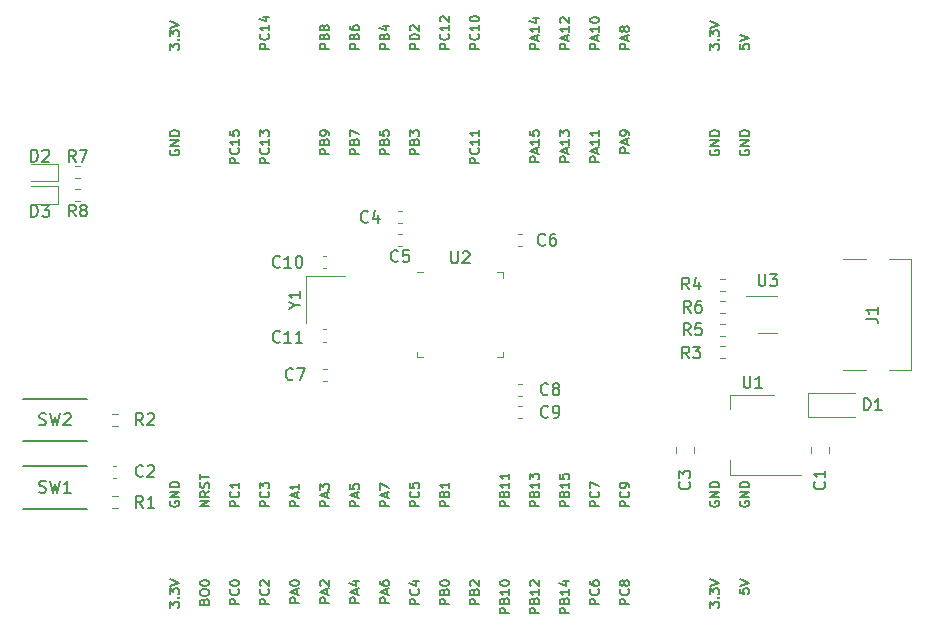
<source format=gbr>
%TF.GenerationSoftware,KiCad,Pcbnew,6.0.2+dfsg-1*%
%TF.CreationDate,2022-03-05T11:59:17+08:00*%
%TF.ProjectId,mcustm32f411,6d637573-746d-4333-9266-3431312e6b69,a*%
%TF.SameCoordinates,Original*%
%TF.FileFunction,Legend,Top*%
%TF.FilePolarity,Positive*%
%FSLAX46Y46*%
G04 Gerber Fmt 4.6, Leading zero omitted, Abs format (unit mm)*
G04 Created by KiCad (PCBNEW 6.0.2+dfsg-1) date 2022-03-05 11:59:17*
%MOMM*%
%LPD*%
G01*
G04 APERTURE LIST*
%ADD10C,0.150000*%
%ADD11C,0.120000*%
G04 APERTURE END LIST*
D10*
%TO.C,C9*%
X159853333Y-110212142D02*
X159805714Y-110259761D01*
X159662857Y-110307380D01*
X159567619Y-110307380D01*
X159424761Y-110259761D01*
X159329523Y-110164523D01*
X159281904Y-110069285D01*
X159234285Y-109878809D01*
X159234285Y-109735952D01*
X159281904Y-109545476D01*
X159329523Y-109450238D01*
X159424761Y-109355000D01*
X159567619Y-109307380D01*
X159662857Y-109307380D01*
X159805714Y-109355000D01*
X159853333Y-109402619D01*
X160329523Y-110307380D02*
X160520000Y-110307380D01*
X160615238Y-110259761D01*
X160662857Y-110212142D01*
X160758095Y-110069285D01*
X160805714Y-109878809D01*
X160805714Y-109497857D01*
X160758095Y-109402619D01*
X160710476Y-109355000D01*
X160615238Y-109307380D01*
X160424761Y-109307380D01*
X160329523Y-109355000D01*
X160281904Y-109402619D01*
X160234285Y-109497857D01*
X160234285Y-109735952D01*
X160281904Y-109831190D01*
X160329523Y-109878809D01*
X160424761Y-109926428D01*
X160615238Y-109926428D01*
X160710476Y-109878809D01*
X160758095Y-109831190D01*
X160805714Y-109735952D01*
%TO.C,D1*%
X186586904Y-109672380D02*
X186586904Y-108672380D01*
X186825000Y-108672380D01*
X186967857Y-108720000D01*
X187063095Y-108815238D01*
X187110714Y-108910476D01*
X187158333Y-109100952D01*
X187158333Y-109243809D01*
X187110714Y-109434285D01*
X187063095Y-109529523D01*
X186967857Y-109624761D01*
X186825000Y-109672380D01*
X186586904Y-109672380D01*
X188110714Y-109672380D02*
X187539285Y-109672380D01*
X187825000Y-109672380D02*
X187825000Y-108672380D01*
X187729761Y-108815238D01*
X187634523Y-108910476D01*
X187539285Y-108958095D01*
%TO.C,J1*%
X186777380Y-101933333D02*
X187491666Y-101933333D01*
X187634523Y-101980952D01*
X187729761Y-102076190D01*
X187777380Y-102219047D01*
X187777380Y-102314285D01*
X187777380Y-100933333D02*
X187777380Y-101504761D01*
X187777380Y-101219047D02*
X186777380Y-101219047D01*
X186920238Y-101314285D01*
X187015476Y-101409523D01*
X187063095Y-101504761D01*
%TO.C,SW1*%
X116776666Y-116609761D02*
X116919523Y-116657380D01*
X117157619Y-116657380D01*
X117252857Y-116609761D01*
X117300476Y-116562142D01*
X117348095Y-116466904D01*
X117348095Y-116371666D01*
X117300476Y-116276428D01*
X117252857Y-116228809D01*
X117157619Y-116181190D01*
X116967142Y-116133571D01*
X116871904Y-116085952D01*
X116824285Y-116038333D01*
X116776666Y-115943095D01*
X116776666Y-115847857D01*
X116824285Y-115752619D01*
X116871904Y-115705000D01*
X116967142Y-115657380D01*
X117205238Y-115657380D01*
X117348095Y-115705000D01*
X117681428Y-115657380D02*
X117919523Y-116657380D01*
X118110000Y-115943095D01*
X118300476Y-116657380D01*
X118538571Y-115657380D01*
X119443333Y-116657380D02*
X118871904Y-116657380D01*
X119157619Y-116657380D02*
X119157619Y-115657380D01*
X119062380Y-115800238D01*
X118967142Y-115895476D01*
X118871904Y-115943095D01*
%TO.C,SW2*%
X116776666Y-110894761D02*
X116919523Y-110942380D01*
X117157619Y-110942380D01*
X117252857Y-110894761D01*
X117300476Y-110847142D01*
X117348095Y-110751904D01*
X117348095Y-110656666D01*
X117300476Y-110561428D01*
X117252857Y-110513809D01*
X117157619Y-110466190D01*
X116967142Y-110418571D01*
X116871904Y-110370952D01*
X116824285Y-110323333D01*
X116776666Y-110228095D01*
X116776666Y-110132857D01*
X116824285Y-110037619D01*
X116871904Y-109990000D01*
X116967142Y-109942380D01*
X117205238Y-109942380D01*
X117348095Y-109990000D01*
X117681428Y-109942380D02*
X117919523Y-110942380D01*
X118110000Y-110228095D01*
X118300476Y-110942380D01*
X118538571Y-109942380D01*
X118871904Y-110037619D02*
X118919523Y-109990000D01*
X119014761Y-109942380D01*
X119252857Y-109942380D01*
X119348095Y-109990000D01*
X119395714Y-110037619D01*
X119443333Y-110132857D01*
X119443333Y-110228095D01*
X119395714Y-110370952D01*
X118824285Y-110942380D01*
X119443333Y-110942380D01*
%TO.C,C5*%
X147153333Y-97037142D02*
X147105714Y-97084761D01*
X146962857Y-97132380D01*
X146867619Y-97132380D01*
X146724761Y-97084761D01*
X146629523Y-96989523D01*
X146581904Y-96894285D01*
X146534285Y-96703809D01*
X146534285Y-96560952D01*
X146581904Y-96370476D01*
X146629523Y-96275238D01*
X146724761Y-96180000D01*
X146867619Y-96132380D01*
X146962857Y-96132380D01*
X147105714Y-96180000D01*
X147153333Y-96227619D01*
X148058095Y-96132380D02*
X147581904Y-96132380D01*
X147534285Y-96608571D01*
X147581904Y-96560952D01*
X147677142Y-96513333D01*
X147915238Y-96513333D01*
X148010476Y-96560952D01*
X148058095Y-96608571D01*
X148105714Y-96703809D01*
X148105714Y-96941904D01*
X148058095Y-97037142D01*
X148010476Y-97084761D01*
X147915238Y-97132380D01*
X147677142Y-97132380D01*
X147581904Y-97084761D01*
X147534285Y-97037142D01*
%TO.C,C6*%
X159608333Y-95642142D02*
X159560714Y-95689761D01*
X159417857Y-95737380D01*
X159322619Y-95737380D01*
X159179761Y-95689761D01*
X159084523Y-95594523D01*
X159036904Y-95499285D01*
X158989285Y-95308809D01*
X158989285Y-95165952D01*
X159036904Y-94975476D01*
X159084523Y-94880238D01*
X159179761Y-94785000D01*
X159322619Y-94737380D01*
X159417857Y-94737380D01*
X159560714Y-94785000D01*
X159608333Y-94832619D01*
X160465476Y-94737380D02*
X160275000Y-94737380D01*
X160179761Y-94785000D01*
X160132142Y-94832619D01*
X160036904Y-94975476D01*
X159989285Y-95165952D01*
X159989285Y-95546904D01*
X160036904Y-95642142D01*
X160084523Y-95689761D01*
X160179761Y-95737380D01*
X160370238Y-95737380D01*
X160465476Y-95689761D01*
X160513095Y-95642142D01*
X160560714Y-95546904D01*
X160560714Y-95308809D01*
X160513095Y-95213571D01*
X160465476Y-95165952D01*
X160370238Y-95118333D01*
X160179761Y-95118333D01*
X160084523Y-95165952D01*
X160036904Y-95213571D01*
X159989285Y-95308809D01*
%TO.C,C7*%
X138263333Y-107037142D02*
X138215714Y-107084761D01*
X138072857Y-107132380D01*
X137977619Y-107132380D01*
X137834761Y-107084761D01*
X137739523Y-106989523D01*
X137691904Y-106894285D01*
X137644285Y-106703809D01*
X137644285Y-106560952D01*
X137691904Y-106370476D01*
X137739523Y-106275238D01*
X137834761Y-106180000D01*
X137977619Y-106132380D01*
X138072857Y-106132380D01*
X138215714Y-106180000D01*
X138263333Y-106227619D01*
X138596666Y-106132380D02*
X139263333Y-106132380D01*
X138834761Y-107132380D01*
%TO.C,C8*%
X159853333Y-108307142D02*
X159805714Y-108354761D01*
X159662857Y-108402380D01*
X159567619Y-108402380D01*
X159424761Y-108354761D01*
X159329523Y-108259523D01*
X159281904Y-108164285D01*
X159234285Y-107973809D01*
X159234285Y-107830952D01*
X159281904Y-107640476D01*
X159329523Y-107545238D01*
X159424761Y-107450000D01*
X159567619Y-107402380D01*
X159662857Y-107402380D01*
X159805714Y-107450000D01*
X159853333Y-107497619D01*
X160424761Y-107830952D02*
X160329523Y-107783333D01*
X160281904Y-107735714D01*
X160234285Y-107640476D01*
X160234285Y-107592857D01*
X160281904Y-107497619D01*
X160329523Y-107450000D01*
X160424761Y-107402380D01*
X160615238Y-107402380D01*
X160710476Y-107450000D01*
X160758095Y-107497619D01*
X160805714Y-107592857D01*
X160805714Y-107640476D01*
X160758095Y-107735714D01*
X160710476Y-107783333D01*
X160615238Y-107830952D01*
X160424761Y-107830952D01*
X160329523Y-107878571D01*
X160281904Y-107926190D01*
X160234285Y-108021428D01*
X160234285Y-108211904D01*
X160281904Y-108307142D01*
X160329523Y-108354761D01*
X160424761Y-108402380D01*
X160615238Y-108402380D01*
X160710476Y-108354761D01*
X160758095Y-108307142D01*
X160805714Y-108211904D01*
X160805714Y-108021428D01*
X160758095Y-107926190D01*
X160710476Y-107878571D01*
X160615238Y-107830952D01*
%TO.C,U1*%
X176403095Y-106767380D02*
X176403095Y-107576904D01*
X176450714Y-107672142D01*
X176498333Y-107719761D01*
X176593571Y-107767380D01*
X176784047Y-107767380D01*
X176879285Y-107719761D01*
X176926904Y-107672142D01*
X176974523Y-107576904D01*
X176974523Y-106767380D01*
X177974523Y-107767380D02*
X177403095Y-107767380D01*
X177688809Y-107767380D02*
X177688809Y-106767380D01*
X177593571Y-106910238D01*
X177498333Y-107005476D01*
X177403095Y-107053095D01*
%TO.C,C1*%
X183237142Y-115736666D02*
X183284761Y-115784285D01*
X183332380Y-115927142D01*
X183332380Y-116022380D01*
X183284761Y-116165238D01*
X183189523Y-116260476D01*
X183094285Y-116308095D01*
X182903809Y-116355714D01*
X182760952Y-116355714D01*
X182570476Y-116308095D01*
X182475238Y-116260476D01*
X182380000Y-116165238D01*
X182332380Y-116022380D01*
X182332380Y-115927142D01*
X182380000Y-115784285D01*
X182427619Y-115736666D01*
X183332380Y-114784285D02*
X183332380Y-115355714D01*
X183332380Y-115070000D02*
X182332380Y-115070000D01*
X182475238Y-115165238D01*
X182570476Y-115260476D01*
X182618095Y-115355714D01*
%TO.C,C2*%
X125563333Y-115222142D02*
X125515714Y-115269761D01*
X125372857Y-115317380D01*
X125277619Y-115317380D01*
X125134761Y-115269761D01*
X125039523Y-115174523D01*
X124991904Y-115079285D01*
X124944285Y-114888809D01*
X124944285Y-114745952D01*
X124991904Y-114555476D01*
X125039523Y-114460238D01*
X125134761Y-114365000D01*
X125277619Y-114317380D01*
X125372857Y-114317380D01*
X125515714Y-114365000D01*
X125563333Y-114412619D01*
X125944285Y-114412619D02*
X125991904Y-114365000D01*
X126087142Y-114317380D01*
X126325238Y-114317380D01*
X126420476Y-114365000D01*
X126468095Y-114412619D01*
X126515714Y-114507857D01*
X126515714Y-114603095D01*
X126468095Y-114745952D01*
X125896666Y-115317380D01*
X126515714Y-115317380D01*
%TO.C,R5*%
X171918333Y-103322380D02*
X171585000Y-102846190D01*
X171346904Y-103322380D02*
X171346904Y-102322380D01*
X171727857Y-102322380D01*
X171823095Y-102370000D01*
X171870714Y-102417619D01*
X171918333Y-102512857D01*
X171918333Y-102655714D01*
X171870714Y-102750952D01*
X171823095Y-102798571D01*
X171727857Y-102846190D01*
X171346904Y-102846190D01*
X172823095Y-102322380D02*
X172346904Y-102322380D01*
X172299285Y-102798571D01*
X172346904Y-102750952D01*
X172442142Y-102703333D01*
X172680238Y-102703333D01*
X172775476Y-102750952D01*
X172823095Y-102798571D01*
X172870714Y-102893809D01*
X172870714Y-103131904D01*
X172823095Y-103227142D01*
X172775476Y-103274761D01*
X172680238Y-103322380D01*
X172442142Y-103322380D01*
X172346904Y-103274761D01*
X172299285Y-103227142D01*
%TO.C,R6*%
X171918333Y-101417380D02*
X171585000Y-100941190D01*
X171346904Y-101417380D02*
X171346904Y-100417380D01*
X171727857Y-100417380D01*
X171823095Y-100465000D01*
X171870714Y-100512619D01*
X171918333Y-100607857D01*
X171918333Y-100750714D01*
X171870714Y-100845952D01*
X171823095Y-100893571D01*
X171727857Y-100941190D01*
X171346904Y-100941190D01*
X172775476Y-100417380D02*
X172585000Y-100417380D01*
X172489761Y-100465000D01*
X172442142Y-100512619D01*
X172346904Y-100655476D01*
X172299285Y-100845952D01*
X172299285Y-101226904D01*
X172346904Y-101322142D01*
X172394523Y-101369761D01*
X172489761Y-101417380D01*
X172680238Y-101417380D01*
X172775476Y-101369761D01*
X172823095Y-101322142D01*
X172870714Y-101226904D01*
X172870714Y-100988809D01*
X172823095Y-100893571D01*
X172775476Y-100845952D01*
X172680238Y-100798333D01*
X172489761Y-100798333D01*
X172394523Y-100845952D01*
X172346904Y-100893571D01*
X172299285Y-100988809D01*
%TO.C,D2*%
X116091904Y-88622380D02*
X116091904Y-87622380D01*
X116330000Y-87622380D01*
X116472857Y-87670000D01*
X116568095Y-87765238D01*
X116615714Y-87860476D01*
X116663333Y-88050952D01*
X116663333Y-88193809D01*
X116615714Y-88384285D01*
X116568095Y-88479523D01*
X116472857Y-88574761D01*
X116330000Y-88622380D01*
X116091904Y-88622380D01*
X117044285Y-87717619D02*
X117091904Y-87670000D01*
X117187142Y-87622380D01*
X117425238Y-87622380D01*
X117520476Y-87670000D01*
X117568095Y-87717619D01*
X117615714Y-87812857D01*
X117615714Y-87908095D01*
X117568095Y-88050952D01*
X116996666Y-88622380D01*
X117615714Y-88622380D01*
%TO.C,D3*%
X116101904Y-93322380D02*
X116101904Y-92322380D01*
X116340000Y-92322380D01*
X116482857Y-92370000D01*
X116578095Y-92465238D01*
X116625714Y-92560476D01*
X116673333Y-92750952D01*
X116673333Y-92893809D01*
X116625714Y-93084285D01*
X116578095Y-93179523D01*
X116482857Y-93274761D01*
X116340000Y-93322380D01*
X116101904Y-93322380D01*
X117006666Y-92322380D02*
X117625714Y-92322380D01*
X117292380Y-92703333D01*
X117435238Y-92703333D01*
X117530476Y-92750952D01*
X117578095Y-92798571D01*
X117625714Y-92893809D01*
X117625714Y-93131904D01*
X117578095Y-93227142D01*
X117530476Y-93274761D01*
X117435238Y-93322380D01*
X117149523Y-93322380D01*
X117054285Y-93274761D01*
X117006666Y-93227142D01*
%TO.C,R3*%
X171798333Y-105287380D02*
X171465000Y-104811190D01*
X171226904Y-105287380D02*
X171226904Y-104287380D01*
X171607857Y-104287380D01*
X171703095Y-104335000D01*
X171750714Y-104382619D01*
X171798333Y-104477857D01*
X171798333Y-104620714D01*
X171750714Y-104715952D01*
X171703095Y-104763571D01*
X171607857Y-104811190D01*
X171226904Y-104811190D01*
X172131666Y-104287380D02*
X172750714Y-104287380D01*
X172417380Y-104668333D01*
X172560238Y-104668333D01*
X172655476Y-104715952D01*
X172703095Y-104763571D01*
X172750714Y-104858809D01*
X172750714Y-105096904D01*
X172703095Y-105192142D01*
X172655476Y-105239761D01*
X172560238Y-105287380D01*
X172274523Y-105287380D01*
X172179285Y-105239761D01*
X172131666Y-105192142D01*
%TO.C,R4*%
X171798333Y-99452380D02*
X171465000Y-98976190D01*
X171226904Y-99452380D02*
X171226904Y-98452380D01*
X171607857Y-98452380D01*
X171703095Y-98500000D01*
X171750714Y-98547619D01*
X171798333Y-98642857D01*
X171798333Y-98785714D01*
X171750714Y-98880952D01*
X171703095Y-98928571D01*
X171607857Y-98976190D01*
X171226904Y-98976190D01*
X172655476Y-98785714D02*
X172655476Y-99452380D01*
X172417380Y-98404761D02*
X172179285Y-99119047D01*
X172798333Y-99119047D01*
%TO.C,R7*%
X119853333Y-88642380D02*
X119520000Y-88166190D01*
X119281904Y-88642380D02*
X119281904Y-87642380D01*
X119662857Y-87642380D01*
X119758095Y-87690000D01*
X119805714Y-87737619D01*
X119853333Y-87832857D01*
X119853333Y-87975714D01*
X119805714Y-88070952D01*
X119758095Y-88118571D01*
X119662857Y-88166190D01*
X119281904Y-88166190D01*
X120186666Y-87642380D02*
X120853333Y-87642380D01*
X120424761Y-88642380D01*
%TO.C,R8*%
X119848333Y-93272380D02*
X119515000Y-92796190D01*
X119276904Y-93272380D02*
X119276904Y-92272380D01*
X119657857Y-92272380D01*
X119753095Y-92320000D01*
X119800714Y-92367619D01*
X119848333Y-92462857D01*
X119848333Y-92605714D01*
X119800714Y-92700952D01*
X119753095Y-92748571D01*
X119657857Y-92796190D01*
X119276904Y-92796190D01*
X120419761Y-92700952D02*
X120324523Y-92653333D01*
X120276904Y-92605714D01*
X120229285Y-92510476D01*
X120229285Y-92462857D01*
X120276904Y-92367619D01*
X120324523Y-92320000D01*
X120419761Y-92272380D01*
X120610238Y-92272380D01*
X120705476Y-92320000D01*
X120753095Y-92367619D01*
X120800714Y-92462857D01*
X120800714Y-92510476D01*
X120753095Y-92605714D01*
X120705476Y-92653333D01*
X120610238Y-92700952D01*
X120419761Y-92700952D01*
X120324523Y-92748571D01*
X120276904Y-92796190D01*
X120229285Y-92891428D01*
X120229285Y-93081904D01*
X120276904Y-93177142D01*
X120324523Y-93224761D01*
X120419761Y-93272380D01*
X120610238Y-93272380D01*
X120705476Y-93224761D01*
X120753095Y-93177142D01*
X120800714Y-93081904D01*
X120800714Y-92891428D01*
X120753095Y-92796190D01*
X120705476Y-92748571D01*
X120610238Y-92700952D01*
%TO.C,C10*%
X137152142Y-97512142D02*
X137104523Y-97559761D01*
X136961666Y-97607380D01*
X136866428Y-97607380D01*
X136723571Y-97559761D01*
X136628333Y-97464523D01*
X136580714Y-97369285D01*
X136533095Y-97178809D01*
X136533095Y-97035952D01*
X136580714Y-96845476D01*
X136628333Y-96750238D01*
X136723571Y-96655000D01*
X136866428Y-96607380D01*
X136961666Y-96607380D01*
X137104523Y-96655000D01*
X137152142Y-96702619D01*
X138104523Y-97607380D02*
X137533095Y-97607380D01*
X137818809Y-97607380D02*
X137818809Y-96607380D01*
X137723571Y-96750238D01*
X137628333Y-96845476D01*
X137533095Y-96893095D01*
X138723571Y-96607380D02*
X138818809Y-96607380D01*
X138914047Y-96655000D01*
X138961666Y-96702619D01*
X139009285Y-96797857D01*
X139056904Y-96988333D01*
X139056904Y-97226428D01*
X139009285Y-97416904D01*
X138961666Y-97512142D01*
X138914047Y-97559761D01*
X138818809Y-97607380D01*
X138723571Y-97607380D01*
X138628333Y-97559761D01*
X138580714Y-97512142D01*
X138533095Y-97416904D01*
X138485476Y-97226428D01*
X138485476Y-96988333D01*
X138533095Y-96797857D01*
X138580714Y-96702619D01*
X138628333Y-96655000D01*
X138723571Y-96607380D01*
%TO.C,C11*%
X137152142Y-103862142D02*
X137104523Y-103909761D01*
X136961666Y-103957380D01*
X136866428Y-103957380D01*
X136723571Y-103909761D01*
X136628333Y-103814523D01*
X136580714Y-103719285D01*
X136533095Y-103528809D01*
X136533095Y-103385952D01*
X136580714Y-103195476D01*
X136628333Y-103100238D01*
X136723571Y-103005000D01*
X136866428Y-102957380D01*
X136961666Y-102957380D01*
X137104523Y-103005000D01*
X137152142Y-103052619D01*
X138104523Y-103957380D02*
X137533095Y-103957380D01*
X137818809Y-103957380D02*
X137818809Y-102957380D01*
X137723571Y-103100238D01*
X137628333Y-103195476D01*
X137533095Y-103243095D01*
X139056904Y-103957380D02*
X138485476Y-103957380D01*
X138771190Y-103957380D02*
X138771190Y-102957380D01*
X138675952Y-103100238D01*
X138580714Y-103195476D01*
X138485476Y-103243095D01*
%TO.C,J2*%
X159111904Y-88641547D02*
X158311904Y-88641547D01*
X158311904Y-88336785D01*
X158350000Y-88260595D01*
X158388095Y-88222500D01*
X158464285Y-88184404D01*
X158578571Y-88184404D01*
X158654761Y-88222500D01*
X158692857Y-88260595D01*
X158730952Y-88336785D01*
X158730952Y-88641547D01*
X158883333Y-87879642D02*
X158883333Y-87498690D01*
X159111904Y-87955833D02*
X158311904Y-87689166D01*
X159111904Y-87422500D01*
X159111904Y-86736785D02*
X159111904Y-87193928D01*
X159111904Y-86965357D02*
X158311904Y-86965357D01*
X158426190Y-87041547D01*
X158502380Y-87117738D01*
X158540476Y-87193928D01*
X158311904Y-86012976D02*
X158311904Y-86393928D01*
X158692857Y-86432023D01*
X158654761Y-86393928D01*
X158616666Y-86317738D01*
X158616666Y-86127261D01*
X158654761Y-86051071D01*
X158692857Y-86012976D01*
X158769047Y-85974880D01*
X158959523Y-85974880D01*
X159035714Y-86012976D01*
X159073809Y-86051071D01*
X159111904Y-86127261D01*
X159111904Y-86317738D01*
X159073809Y-86393928D01*
X159035714Y-86432023D01*
X164191904Y-126093928D02*
X163391904Y-126093928D01*
X163391904Y-125789166D01*
X163430000Y-125712976D01*
X163468095Y-125674880D01*
X163544285Y-125636785D01*
X163658571Y-125636785D01*
X163734761Y-125674880D01*
X163772857Y-125712976D01*
X163810952Y-125789166D01*
X163810952Y-126093928D01*
X164115714Y-124836785D02*
X164153809Y-124874880D01*
X164191904Y-124989166D01*
X164191904Y-125065357D01*
X164153809Y-125179642D01*
X164077619Y-125255833D01*
X164001428Y-125293928D01*
X163849047Y-125332023D01*
X163734761Y-125332023D01*
X163582380Y-125293928D01*
X163506190Y-125255833D01*
X163430000Y-125179642D01*
X163391904Y-125065357D01*
X163391904Y-124989166D01*
X163430000Y-124874880D01*
X163468095Y-124836785D01*
X163391904Y-124151071D02*
X163391904Y-124303452D01*
X163430000Y-124379642D01*
X163468095Y-124417738D01*
X163582380Y-124493928D01*
X163734761Y-124532023D01*
X164039523Y-124532023D01*
X164115714Y-124493928D01*
X164153809Y-124455833D01*
X164191904Y-124379642D01*
X164191904Y-124227261D01*
X164153809Y-124151071D01*
X164115714Y-124112976D01*
X164039523Y-124074880D01*
X163849047Y-124074880D01*
X163772857Y-124112976D01*
X163734761Y-124151071D01*
X163696666Y-124227261D01*
X163696666Y-124379642D01*
X163734761Y-124455833D01*
X163772857Y-124493928D01*
X163849047Y-124532023D01*
X127831904Y-79163214D02*
X127831904Y-78667976D01*
X128136666Y-78934642D01*
X128136666Y-78820357D01*
X128174761Y-78744166D01*
X128212857Y-78706071D01*
X128289047Y-78667976D01*
X128479523Y-78667976D01*
X128555714Y-78706071D01*
X128593809Y-78744166D01*
X128631904Y-78820357D01*
X128631904Y-79048928D01*
X128593809Y-79125119D01*
X128555714Y-79163214D01*
X128555714Y-78325119D02*
X128593809Y-78287023D01*
X128631904Y-78325119D01*
X128593809Y-78363214D01*
X128555714Y-78325119D01*
X128631904Y-78325119D01*
X127831904Y-78020357D02*
X127831904Y-77525119D01*
X128136666Y-77791785D01*
X128136666Y-77677500D01*
X128174761Y-77601309D01*
X128212857Y-77563214D01*
X128289047Y-77525119D01*
X128479523Y-77525119D01*
X128555714Y-77563214D01*
X128593809Y-77601309D01*
X128631904Y-77677500D01*
X128631904Y-77906071D01*
X128593809Y-77982261D01*
X128555714Y-78020357D01*
X127831904Y-77296547D02*
X128631904Y-77029880D01*
X127831904Y-76763214D01*
X127870000Y-87651071D02*
X127831904Y-87727261D01*
X127831904Y-87841547D01*
X127870000Y-87955833D01*
X127946190Y-88032023D01*
X128022380Y-88070119D01*
X128174761Y-88108214D01*
X128289047Y-88108214D01*
X128441428Y-88070119D01*
X128517619Y-88032023D01*
X128593809Y-87955833D01*
X128631904Y-87841547D01*
X128631904Y-87765357D01*
X128593809Y-87651071D01*
X128555714Y-87612976D01*
X128289047Y-87612976D01*
X128289047Y-87765357D01*
X128631904Y-87270119D02*
X127831904Y-87270119D01*
X128631904Y-86812976D01*
X127831904Y-86812976D01*
X128631904Y-86432023D02*
X127831904Y-86432023D01*
X127831904Y-86241547D01*
X127870000Y-86127261D01*
X127946190Y-86051071D01*
X128022380Y-86012976D01*
X128174761Y-85974880D01*
X128289047Y-85974880D01*
X128441428Y-86012976D01*
X128517619Y-86051071D01*
X128593809Y-86127261D01*
X128631904Y-86241547D01*
X128631904Y-86432023D01*
X161651904Y-117822023D02*
X160851904Y-117822023D01*
X160851904Y-117517261D01*
X160890000Y-117441071D01*
X160928095Y-117402976D01*
X161004285Y-117364880D01*
X161118571Y-117364880D01*
X161194761Y-117402976D01*
X161232857Y-117441071D01*
X161270952Y-117517261D01*
X161270952Y-117822023D01*
X161232857Y-116755357D02*
X161270952Y-116641071D01*
X161309047Y-116602976D01*
X161385238Y-116564880D01*
X161499523Y-116564880D01*
X161575714Y-116602976D01*
X161613809Y-116641071D01*
X161651904Y-116717261D01*
X161651904Y-117022023D01*
X160851904Y-117022023D01*
X160851904Y-116755357D01*
X160890000Y-116679166D01*
X160928095Y-116641071D01*
X161004285Y-116602976D01*
X161080476Y-116602976D01*
X161156666Y-116641071D01*
X161194761Y-116679166D01*
X161232857Y-116755357D01*
X161232857Y-117022023D01*
X161651904Y-115802976D02*
X161651904Y-116260119D01*
X161651904Y-116031547D02*
X160851904Y-116031547D01*
X160966190Y-116107738D01*
X161042380Y-116183928D01*
X161080476Y-116260119D01*
X160851904Y-115079166D02*
X160851904Y-115460119D01*
X161232857Y-115498214D01*
X161194761Y-115460119D01*
X161156666Y-115383928D01*
X161156666Y-115193452D01*
X161194761Y-115117261D01*
X161232857Y-115079166D01*
X161309047Y-115041071D01*
X161499523Y-115041071D01*
X161575714Y-115079166D01*
X161613809Y-115117261D01*
X161651904Y-115193452D01*
X161651904Y-115383928D01*
X161613809Y-115460119D01*
X161575714Y-115498214D01*
X166731904Y-126093928D02*
X165931904Y-126093928D01*
X165931904Y-125789166D01*
X165970000Y-125712976D01*
X166008095Y-125674880D01*
X166084285Y-125636785D01*
X166198571Y-125636785D01*
X166274761Y-125674880D01*
X166312857Y-125712976D01*
X166350952Y-125789166D01*
X166350952Y-126093928D01*
X166655714Y-124836785D02*
X166693809Y-124874880D01*
X166731904Y-124989166D01*
X166731904Y-125065357D01*
X166693809Y-125179642D01*
X166617619Y-125255833D01*
X166541428Y-125293928D01*
X166389047Y-125332023D01*
X166274761Y-125332023D01*
X166122380Y-125293928D01*
X166046190Y-125255833D01*
X165970000Y-125179642D01*
X165931904Y-125065357D01*
X165931904Y-124989166D01*
X165970000Y-124874880D01*
X166008095Y-124836785D01*
X166274761Y-124379642D02*
X166236666Y-124455833D01*
X166198571Y-124493928D01*
X166122380Y-124532023D01*
X166084285Y-124532023D01*
X166008095Y-124493928D01*
X165970000Y-124455833D01*
X165931904Y-124379642D01*
X165931904Y-124227261D01*
X165970000Y-124151071D01*
X166008095Y-124112976D01*
X166084285Y-124074880D01*
X166122380Y-124074880D01*
X166198571Y-124112976D01*
X166236666Y-124151071D01*
X166274761Y-124227261D01*
X166274761Y-124379642D01*
X166312857Y-124455833D01*
X166350952Y-124493928D01*
X166427142Y-124532023D01*
X166579523Y-124532023D01*
X166655714Y-124493928D01*
X166693809Y-124455833D01*
X166731904Y-124379642D01*
X166731904Y-124227261D01*
X166693809Y-124151071D01*
X166655714Y-124112976D01*
X166579523Y-124074880D01*
X166427142Y-124074880D01*
X166350952Y-124112976D01*
X166312857Y-124151071D01*
X166274761Y-124227261D01*
X173590000Y-87651071D02*
X173551904Y-87727261D01*
X173551904Y-87841547D01*
X173590000Y-87955833D01*
X173666190Y-88032023D01*
X173742380Y-88070119D01*
X173894761Y-88108214D01*
X174009047Y-88108214D01*
X174161428Y-88070119D01*
X174237619Y-88032023D01*
X174313809Y-87955833D01*
X174351904Y-87841547D01*
X174351904Y-87765357D01*
X174313809Y-87651071D01*
X174275714Y-87612976D01*
X174009047Y-87612976D01*
X174009047Y-87765357D01*
X174351904Y-87270119D02*
X173551904Y-87270119D01*
X174351904Y-86812976D01*
X173551904Y-86812976D01*
X174351904Y-86432023D02*
X173551904Y-86432023D01*
X173551904Y-86241547D01*
X173590000Y-86127261D01*
X173666190Y-86051071D01*
X173742380Y-86012976D01*
X173894761Y-85974880D01*
X174009047Y-85974880D01*
X174161428Y-86012976D01*
X174237619Y-86051071D01*
X174313809Y-86127261D01*
X174351904Y-86241547D01*
X174351904Y-86432023D01*
X143871904Y-87993928D02*
X143071904Y-87993928D01*
X143071904Y-87689166D01*
X143110000Y-87612976D01*
X143148095Y-87574880D01*
X143224285Y-87536785D01*
X143338571Y-87536785D01*
X143414761Y-87574880D01*
X143452857Y-87612976D01*
X143490952Y-87689166D01*
X143490952Y-87993928D01*
X143452857Y-86927261D02*
X143490952Y-86812976D01*
X143529047Y-86774880D01*
X143605238Y-86736785D01*
X143719523Y-86736785D01*
X143795714Y-86774880D01*
X143833809Y-86812976D01*
X143871904Y-86889166D01*
X143871904Y-87193928D01*
X143071904Y-87193928D01*
X143071904Y-86927261D01*
X143110000Y-86851071D01*
X143148095Y-86812976D01*
X143224285Y-86774880D01*
X143300476Y-86774880D01*
X143376666Y-86812976D01*
X143414761Y-86851071D01*
X143452857Y-86927261D01*
X143452857Y-87193928D01*
X143071904Y-86470119D02*
X143071904Y-85936785D01*
X143871904Y-86279642D01*
X146411904Y-87993928D02*
X145611904Y-87993928D01*
X145611904Y-87689166D01*
X145650000Y-87612976D01*
X145688095Y-87574880D01*
X145764285Y-87536785D01*
X145878571Y-87536785D01*
X145954761Y-87574880D01*
X145992857Y-87612976D01*
X146030952Y-87689166D01*
X146030952Y-87993928D01*
X145992857Y-86927261D02*
X146030952Y-86812976D01*
X146069047Y-86774880D01*
X146145238Y-86736785D01*
X146259523Y-86736785D01*
X146335714Y-86774880D01*
X146373809Y-86812976D01*
X146411904Y-86889166D01*
X146411904Y-87193928D01*
X145611904Y-87193928D01*
X145611904Y-86927261D01*
X145650000Y-86851071D01*
X145688095Y-86812976D01*
X145764285Y-86774880D01*
X145840476Y-86774880D01*
X145916666Y-86812976D01*
X145954761Y-86851071D01*
X145992857Y-86927261D01*
X145992857Y-87193928D01*
X145611904Y-86012976D02*
X145611904Y-86393928D01*
X145992857Y-86432023D01*
X145954761Y-86393928D01*
X145916666Y-86317738D01*
X145916666Y-86127261D01*
X145954761Y-86051071D01*
X145992857Y-86012976D01*
X146069047Y-85974880D01*
X146259523Y-85974880D01*
X146335714Y-86012976D01*
X146373809Y-86051071D01*
X146411904Y-86127261D01*
X146411904Y-86317738D01*
X146373809Y-86393928D01*
X146335714Y-86432023D01*
X127870000Y-117402976D02*
X127831904Y-117479166D01*
X127831904Y-117593452D01*
X127870000Y-117707738D01*
X127946190Y-117783928D01*
X128022380Y-117822023D01*
X128174761Y-117860119D01*
X128289047Y-117860119D01*
X128441428Y-117822023D01*
X128517619Y-117783928D01*
X128593809Y-117707738D01*
X128631904Y-117593452D01*
X128631904Y-117517261D01*
X128593809Y-117402976D01*
X128555714Y-117364880D01*
X128289047Y-117364880D01*
X128289047Y-117517261D01*
X128631904Y-117022023D02*
X127831904Y-117022023D01*
X128631904Y-116564880D01*
X127831904Y-116564880D01*
X128631904Y-116183928D02*
X127831904Y-116183928D01*
X127831904Y-115993452D01*
X127870000Y-115879166D01*
X127946190Y-115802976D01*
X128022380Y-115764880D01*
X128174761Y-115726785D01*
X128289047Y-115726785D01*
X128441428Y-115764880D01*
X128517619Y-115802976D01*
X128593809Y-115879166D01*
X128631904Y-115993452D01*
X128631904Y-116183928D01*
X130752857Y-125865357D02*
X130790952Y-125751071D01*
X130829047Y-125712976D01*
X130905238Y-125674880D01*
X131019523Y-125674880D01*
X131095714Y-125712976D01*
X131133809Y-125751071D01*
X131171904Y-125827261D01*
X131171904Y-126132023D01*
X130371904Y-126132023D01*
X130371904Y-125865357D01*
X130410000Y-125789166D01*
X130448095Y-125751071D01*
X130524285Y-125712976D01*
X130600476Y-125712976D01*
X130676666Y-125751071D01*
X130714761Y-125789166D01*
X130752857Y-125865357D01*
X130752857Y-126132023D01*
X130371904Y-125179642D02*
X130371904Y-125027261D01*
X130410000Y-124951071D01*
X130486190Y-124874880D01*
X130638571Y-124836785D01*
X130905238Y-124836785D01*
X131057619Y-124874880D01*
X131133809Y-124951071D01*
X131171904Y-125027261D01*
X131171904Y-125179642D01*
X131133809Y-125255833D01*
X131057619Y-125332023D01*
X130905238Y-125370119D01*
X130638571Y-125370119D01*
X130486190Y-125332023D01*
X130410000Y-125255833D01*
X130371904Y-125179642D01*
X130371904Y-124341547D02*
X130371904Y-124265357D01*
X130410000Y-124189166D01*
X130448095Y-124151071D01*
X130524285Y-124112976D01*
X130676666Y-124074880D01*
X130867142Y-124074880D01*
X131019523Y-124112976D01*
X131095714Y-124151071D01*
X131133809Y-124189166D01*
X131171904Y-124265357D01*
X131171904Y-124341547D01*
X131133809Y-124417738D01*
X131095714Y-124455833D01*
X131019523Y-124493928D01*
X130867142Y-124532023D01*
X130676666Y-124532023D01*
X130524285Y-124493928D01*
X130448095Y-124455833D01*
X130410000Y-124417738D01*
X130371904Y-124341547D01*
X176130000Y-117402976D02*
X176091904Y-117479166D01*
X176091904Y-117593452D01*
X176130000Y-117707738D01*
X176206190Y-117783928D01*
X176282380Y-117822023D01*
X176434761Y-117860119D01*
X176549047Y-117860119D01*
X176701428Y-117822023D01*
X176777619Y-117783928D01*
X176853809Y-117707738D01*
X176891904Y-117593452D01*
X176891904Y-117517261D01*
X176853809Y-117402976D01*
X176815714Y-117364880D01*
X176549047Y-117364880D01*
X176549047Y-117517261D01*
X176891904Y-117022023D02*
X176091904Y-117022023D01*
X176891904Y-116564880D01*
X176091904Y-116564880D01*
X176891904Y-116183928D02*
X176091904Y-116183928D01*
X176091904Y-115993452D01*
X176130000Y-115879166D01*
X176206190Y-115802976D01*
X176282380Y-115764880D01*
X176434761Y-115726785D01*
X176549047Y-115726785D01*
X176701428Y-115764880D01*
X176777619Y-115802976D01*
X176853809Y-115879166D01*
X176891904Y-115993452D01*
X176891904Y-116183928D01*
X161651904Y-88641547D02*
X160851904Y-88641547D01*
X160851904Y-88336785D01*
X160890000Y-88260595D01*
X160928095Y-88222500D01*
X161004285Y-88184404D01*
X161118571Y-88184404D01*
X161194761Y-88222500D01*
X161232857Y-88260595D01*
X161270952Y-88336785D01*
X161270952Y-88641547D01*
X161423333Y-87879642D02*
X161423333Y-87498690D01*
X161651904Y-87955833D02*
X160851904Y-87689166D01*
X161651904Y-87422500D01*
X161651904Y-86736785D02*
X161651904Y-87193928D01*
X161651904Y-86965357D02*
X160851904Y-86965357D01*
X160966190Y-87041547D01*
X161042380Y-87117738D01*
X161080476Y-87193928D01*
X160851904Y-86470119D02*
X160851904Y-85974880D01*
X161156666Y-86241547D01*
X161156666Y-86127261D01*
X161194761Y-86051071D01*
X161232857Y-86012976D01*
X161309047Y-85974880D01*
X161499523Y-85974880D01*
X161575714Y-86012976D01*
X161613809Y-86051071D01*
X161651904Y-86127261D01*
X161651904Y-86355833D01*
X161613809Y-86432023D01*
X161575714Y-86470119D01*
X148951904Y-126093928D02*
X148151904Y-126093928D01*
X148151904Y-125789166D01*
X148190000Y-125712976D01*
X148228095Y-125674880D01*
X148304285Y-125636785D01*
X148418571Y-125636785D01*
X148494761Y-125674880D01*
X148532857Y-125712976D01*
X148570952Y-125789166D01*
X148570952Y-126093928D01*
X148875714Y-124836785D02*
X148913809Y-124874880D01*
X148951904Y-124989166D01*
X148951904Y-125065357D01*
X148913809Y-125179642D01*
X148837619Y-125255833D01*
X148761428Y-125293928D01*
X148609047Y-125332023D01*
X148494761Y-125332023D01*
X148342380Y-125293928D01*
X148266190Y-125255833D01*
X148190000Y-125179642D01*
X148151904Y-125065357D01*
X148151904Y-124989166D01*
X148190000Y-124874880D01*
X148228095Y-124836785D01*
X148418571Y-124151071D02*
X148951904Y-124151071D01*
X148113809Y-124341547D02*
X148685238Y-124532023D01*
X148685238Y-124036785D01*
X154031904Y-79087023D02*
X153231904Y-79087023D01*
X153231904Y-78782261D01*
X153270000Y-78706071D01*
X153308095Y-78667976D01*
X153384285Y-78629880D01*
X153498571Y-78629880D01*
X153574761Y-78667976D01*
X153612857Y-78706071D01*
X153650952Y-78782261D01*
X153650952Y-79087023D01*
X153955714Y-77829880D02*
X153993809Y-77867976D01*
X154031904Y-77982261D01*
X154031904Y-78058452D01*
X153993809Y-78172738D01*
X153917619Y-78248928D01*
X153841428Y-78287023D01*
X153689047Y-78325119D01*
X153574761Y-78325119D01*
X153422380Y-78287023D01*
X153346190Y-78248928D01*
X153270000Y-78172738D01*
X153231904Y-78058452D01*
X153231904Y-77982261D01*
X153270000Y-77867976D01*
X153308095Y-77829880D01*
X154031904Y-77067976D02*
X154031904Y-77525119D01*
X154031904Y-77296547D02*
X153231904Y-77296547D01*
X153346190Y-77372738D01*
X153422380Y-77448928D01*
X153460476Y-77525119D01*
X153231904Y-76572738D02*
X153231904Y-76496547D01*
X153270000Y-76420357D01*
X153308095Y-76382261D01*
X153384285Y-76344166D01*
X153536666Y-76306071D01*
X153727142Y-76306071D01*
X153879523Y-76344166D01*
X153955714Y-76382261D01*
X153993809Y-76420357D01*
X154031904Y-76496547D01*
X154031904Y-76572738D01*
X153993809Y-76648928D01*
X153955714Y-76687023D01*
X153879523Y-76725119D01*
X153727142Y-76763214D01*
X153536666Y-76763214D01*
X153384285Y-76725119D01*
X153308095Y-76687023D01*
X153270000Y-76648928D01*
X153231904Y-76572738D01*
X176091904Y-78706071D02*
X176091904Y-79087023D01*
X176472857Y-79125119D01*
X176434761Y-79087023D01*
X176396666Y-79010833D01*
X176396666Y-78820357D01*
X176434761Y-78744166D01*
X176472857Y-78706071D01*
X176549047Y-78667976D01*
X176739523Y-78667976D01*
X176815714Y-78706071D01*
X176853809Y-78744166D01*
X176891904Y-78820357D01*
X176891904Y-79010833D01*
X176853809Y-79087023D01*
X176815714Y-79125119D01*
X176091904Y-78439404D02*
X176891904Y-78172738D01*
X176091904Y-77906071D01*
X161651904Y-126855833D02*
X160851904Y-126855833D01*
X160851904Y-126551071D01*
X160890000Y-126474880D01*
X160928095Y-126436785D01*
X161004285Y-126398690D01*
X161118571Y-126398690D01*
X161194761Y-126436785D01*
X161232857Y-126474880D01*
X161270952Y-126551071D01*
X161270952Y-126855833D01*
X161232857Y-125789166D02*
X161270952Y-125674880D01*
X161309047Y-125636785D01*
X161385238Y-125598690D01*
X161499523Y-125598690D01*
X161575714Y-125636785D01*
X161613809Y-125674880D01*
X161651904Y-125751071D01*
X161651904Y-126055833D01*
X160851904Y-126055833D01*
X160851904Y-125789166D01*
X160890000Y-125712976D01*
X160928095Y-125674880D01*
X161004285Y-125636785D01*
X161080476Y-125636785D01*
X161156666Y-125674880D01*
X161194761Y-125712976D01*
X161232857Y-125789166D01*
X161232857Y-126055833D01*
X161651904Y-124836785D02*
X161651904Y-125293928D01*
X161651904Y-125065357D02*
X160851904Y-125065357D01*
X160966190Y-125141547D01*
X161042380Y-125217738D01*
X161080476Y-125293928D01*
X161118571Y-124151071D02*
X161651904Y-124151071D01*
X160813809Y-124341547D02*
X161385238Y-124532023D01*
X161385238Y-124036785D01*
X141331904Y-87993928D02*
X140531904Y-87993928D01*
X140531904Y-87689166D01*
X140570000Y-87612976D01*
X140608095Y-87574880D01*
X140684285Y-87536785D01*
X140798571Y-87536785D01*
X140874761Y-87574880D01*
X140912857Y-87612976D01*
X140950952Y-87689166D01*
X140950952Y-87993928D01*
X140912857Y-86927261D02*
X140950952Y-86812976D01*
X140989047Y-86774880D01*
X141065238Y-86736785D01*
X141179523Y-86736785D01*
X141255714Y-86774880D01*
X141293809Y-86812976D01*
X141331904Y-86889166D01*
X141331904Y-87193928D01*
X140531904Y-87193928D01*
X140531904Y-86927261D01*
X140570000Y-86851071D01*
X140608095Y-86812976D01*
X140684285Y-86774880D01*
X140760476Y-86774880D01*
X140836666Y-86812976D01*
X140874761Y-86851071D01*
X140912857Y-86927261D01*
X140912857Y-87193928D01*
X141331904Y-86355833D02*
X141331904Y-86203452D01*
X141293809Y-86127261D01*
X141255714Y-86089166D01*
X141141428Y-86012976D01*
X140989047Y-85974880D01*
X140684285Y-85974880D01*
X140608095Y-86012976D01*
X140570000Y-86051071D01*
X140531904Y-86127261D01*
X140531904Y-86279642D01*
X140570000Y-86355833D01*
X140608095Y-86393928D01*
X140684285Y-86432023D01*
X140874761Y-86432023D01*
X140950952Y-86393928D01*
X140989047Y-86355833D01*
X141027142Y-86279642D01*
X141027142Y-86127261D01*
X140989047Y-86051071D01*
X140950952Y-86012976D01*
X140874761Y-85974880D01*
X136251904Y-117822023D02*
X135451904Y-117822023D01*
X135451904Y-117517261D01*
X135490000Y-117441071D01*
X135528095Y-117402976D01*
X135604285Y-117364880D01*
X135718571Y-117364880D01*
X135794761Y-117402976D01*
X135832857Y-117441071D01*
X135870952Y-117517261D01*
X135870952Y-117822023D01*
X136175714Y-116564880D02*
X136213809Y-116602976D01*
X136251904Y-116717261D01*
X136251904Y-116793452D01*
X136213809Y-116907738D01*
X136137619Y-116983928D01*
X136061428Y-117022023D01*
X135909047Y-117060119D01*
X135794761Y-117060119D01*
X135642380Y-117022023D01*
X135566190Y-116983928D01*
X135490000Y-116907738D01*
X135451904Y-116793452D01*
X135451904Y-116717261D01*
X135490000Y-116602976D01*
X135528095Y-116564880D01*
X135451904Y-116298214D02*
X135451904Y-115802976D01*
X135756666Y-116069642D01*
X135756666Y-115955357D01*
X135794761Y-115879166D01*
X135832857Y-115841071D01*
X135909047Y-115802976D01*
X136099523Y-115802976D01*
X136175714Y-115841071D01*
X136213809Y-115879166D01*
X136251904Y-115955357D01*
X136251904Y-116183928D01*
X136213809Y-116260119D01*
X136175714Y-116298214D01*
X161651904Y-79087023D02*
X160851904Y-79087023D01*
X160851904Y-78782261D01*
X160890000Y-78706071D01*
X160928095Y-78667976D01*
X161004285Y-78629880D01*
X161118571Y-78629880D01*
X161194761Y-78667976D01*
X161232857Y-78706071D01*
X161270952Y-78782261D01*
X161270952Y-79087023D01*
X161423333Y-78325119D02*
X161423333Y-77944166D01*
X161651904Y-78401309D02*
X160851904Y-78134642D01*
X161651904Y-77867976D01*
X161651904Y-77182261D02*
X161651904Y-77639404D01*
X161651904Y-77410833D02*
X160851904Y-77410833D01*
X160966190Y-77487023D01*
X161042380Y-77563214D01*
X161080476Y-77639404D01*
X160928095Y-76877500D02*
X160890000Y-76839404D01*
X160851904Y-76763214D01*
X160851904Y-76572738D01*
X160890000Y-76496547D01*
X160928095Y-76458452D01*
X161004285Y-76420357D01*
X161080476Y-76420357D01*
X161194761Y-76458452D01*
X161651904Y-76915595D01*
X161651904Y-76420357D01*
X133711904Y-88755833D02*
X132911904Y-88755833D01*
X132911904Y-88451071D01*
X132950000Y-88374880D01*
X132988095Y-88336785D01*
X133064285Y-88298690D01*
X133178571Y-88298690D01*
X133254761Y-88336785D01*
X133292857Y-88374880D01*
X133330952Y-88451071D01*
X133330952Y-88755833D01*
X133635714Y-87498690D02*
X133673809Y-87536785D01*
X133711904Y-87651071D01*
X133711904Y-87727261D01*
X133673809Y-87841547D01*
X133597619Y-87917738D01*
X133521428Y-87955833D01*
X133369047Y-87993928D01*
X133254761Y-87993928D01*
X133102380Y-87955833D01*
X133026190Y-87917738D01*
X132950000Y-87841547D01*
X132911904Y-87727261D01*
X132911904Y-87651071D01*
X132950000Y-87536785D01*
X132988095Y-87498690D01*
X133711904Y-86736785D02*
X133711904Y-87193928D01*
X133711904Y-86965357D02*
X132911904Y-86965357D01*
X133026190Y-87041547D01*
X133102380Y-87117738D01*
X133140476Y-87193928D01*
X132911904Y-86012976D02*
X132911904Y-86393928D01*
X133292857Y-86432023D01*
X133254761Y-86393928D01*
X133216666Y-86317738D01*
X133216666Y-86127261D01*
X133254761Y-86051071D01*
X133292857Y-86012976D01*
X133369047Y-85974880D01*
X133559523Y-85974880D01*
X133635714Y-86012976D01*
X133673809Y-86051071D01*
X133711904Y-86127261D01*
X133711904Y-86317738D01*
X133673809Y-86393928D01*
X133635714Y-86432023D01*
X148951904Y-87993928D02*
X148151904Y-87993928D01*
X148151904Y-87689166D01*
X148190000Y-87612976D01*
X148228095Y-87574880D01*
X148304285Y-87536785D01*
X148418571Y-87536785D01*
X148494761Y-87574880D01*
X148532857Y-87612976D01*
X148570952Y-87689166D01*
X148570952Y-87993928D01*
X148532857Y-86927261D02*
X148570952Y-86812976D01*
X148609047Y-86774880D01*
X148685238Y-86736785D01*
X148799523Y-86736785D01*
X148875714Y-86774880D01*
X148913809Y-86812976D01*
X148951904Y-86889166D01*
X148951904Y-87193928D01*
X148151904Y-87193928D01*
X148151904Y-86927261D01*
X148190000Y-86851071D01*
X148228095Y-86812976D01*
X148304285Y-86774880D01*
X148380476Y-86774880D01*
X148456666Y-86812976D01*
X148494761Y-86851071D01*
X148532857Y-86927261D01*
X148532857Y-87193928D01*
X148151904Y-86470119D02*
X148151904Y-85974880D01*
X148456666Y-86241547D01*
X148456666Y-86127261D01*
X148494761Y-86051071D01*
X148532857Y-86012976D01*
X148609047Y-85974880D01*
X148799523Y-85974880D01*
X148875714Y-86012976D01*
X148913809Y-86051071D01*
X148951904Y-86127261D01*
X148951904Y-86355833D01*
X148913809Y-86432023D01*
X148875714Y-86470119D01*
X173590000Y-117402976D02*
X173551904Y-117479166D01*
X173551904Y-117593452D01*
X173590000Y-117707738D01*
X173666190Y-117783928D01*
X173742380Y-117822023D01*
X173894761Y-117860119D01*
X174009047Y-117860119D01*
X174161428Y-117822023D01*
X174237619Y-117783928D01*
X174313809Y-117707738D01*
X174351904Y-117593452D01*
X174351904Y-117517261D01*
X174313809Y-117402976D01*
X174275714Y-117364880D01*
X174009047Y-117364880D01*
X174009047Y-117517261D01*
X174351904Y-117022023D02*
X173551904Y-117022023D01*
X174351904Y-116564880D01*
X173551904Y-116564880D01*
X174351904Y-116183928D02*
X173551904Y-116183928D01*
X173551904Y-115993452D01*
X173590000Y-115879166D01*
X173666190Y-115802976D01*
X173742380Y-115764880D01*
X173894761Y-115726785D01*
X174009047Y-115726785D01*
X174161428Y-115764880D01*
X174237619Y-115802976D01*
X174313809Y-115879166D01*
X174351904Y-115993452D01*
X174351904Y-116183928D01*
X166731904Y-79087023D02*
X165931904Y-79087023D01*
X165931904Y-78782261D01*
X165970000Y-78706071D01*
X166008095Y-78667976D01*
X166084285Y-78629880D01*
X166198571Y-78629880D01*
X166274761Y-78667976D01*
X166312857Y-78706071D01*
X166350952Y-78782261D01*
X166350952Y-79087023D01*
X166503333Y-78325119D02*
X166503333Y-77944166D01*
X166731904Y-78401309D02*
X165931904Y-78134642D01*
X166731904Y-77867976D01*
X166274761Y-77487023D02*
X166236666Y-77563214D01*
X166198571Y-77601309D01*
X166122380Y-77639404D01*
X166084285Y-77639404D01*
X166008095Y-77601309D01*
X165970000Y-77563214D01*
X165931904Y-77487023D01*
X165931904Y-77334642D01*
X165970000Y-77258452D01*
X166008095Y-77220357D01*
X166084285Y-77182261D01*
X166122380Y-77182261D01*
X166198571Y-77220357D01*
X166236666Y-77258452D01*
X166274761Y-77334642D01*
X166274761Y-77487023D01*
X166312857Y-77563214D01*
X166350952Y-77601309D01*
X166427142Y-77639404D01*
X166579523Y-77639404D01*
X166655714Y-77601309D01*
X166693809Y-77563214D01*
X166731904Y-77487023D01*
X166731904Y-77334642D01*
X166693809Y-77258452D01*
X166655714Y-77220357D01*
X166579523Y-77182261D01*
X166427142Y-77182261D01*
X166350952Y-77220357D01*
X166312857Y-77258452D01*
X166274761Y-77334642D01*
X176091904Y-124798690D02*
X176091904Y-125179642D01*
X176472857Y-125217738D01*
X176434761Y-125179642D01*
X176396666Y-125103452D01*
X176396666Y-124912976D01*
X176434761Y-124836785D01*
X176472857Y-124798690D01*
X176549047Y-124760595D01*
X176739523Y-124760595D01*
X176815714Y-124798690D01*
X176853809Y-124836785D01*
X176891904Y-124912976D01*
X176891904Y-125103452D01*
X176853809Y-125179642D01*
X176815714Y-125217738D01*
X176091904Y-124532023D02*
X176891904Y-124265357D01*
X176091904Y-123998690D01*
X136251904Y-79087023D02*
X135451904Y-79087023D01*
X135451904Y-78782261D01*
X135490000Y-78706071D01*
X135528095Y-78667976D01*
X135604285Y-78629880D01*
X135718571Y-78629880D01*
X135794761Y-78667976D01*
X135832857Y-78706071D01*
X135870952Y-78782261D01*
X135870952Y-79087023D01*
X136175714Y-77829880D02*
X136213809Y-77867976D01*
X136251904Y-77982261D01*
X136251904Y-78058452D01*
X136213809Y-78172738D01*
X136137619Y-78248928D01*
X136061428Y-78287023D01*
X135909047Y-78325119D01*
X135794761Y-78325119D01*
X135642380Y-78287023D01*
X135566190Y-78248928D01*
X135490000Y-78172738D01*
X135451904Y-78058452D01*
X135451904Y-77982261D01*
X135490000Y-77867976D01*
X135528095Y-77829880D01*
X136251904Y-77067976D02*
X136251904Y-77525119D01*
X136251904Y-77296547D02*
X135451904Y-77296547D01*
X135566190Y-77372738D01*
X135642380Y-77448928D01*
X135680476Y-77525119D01*
X135718571Y-76382261D02*
X136251904Y-76382261D01*
X135413809Y-76572738D02*
X135985238Y-76763214D01*
X135985238Y-76267976D01*
X164191904Y-117822023D02*
X163391904Y-117822023D01*
X163391904Y-117517261D01*
X163430000Y-117441071D01*
X163468095Y-117402976D01*
X163544285Y-117364880D01*
X163658571Y-117364880D01*
X163734761Y-117402976D01*
X163772857Y-117441071D01*
X163810952Y-117517261D01*
X163810952Y-117822023D01*
X164115714Y-116564880D02*
X164153809Y-116602976D01*
X164191904Y-116717261D01*
X164191904Y-116793452D01*
X164153809Y-116907738D01*
X164077619Y-116983928D01*
X164001428Y-117022023D01*
X163849047Y-117060119D01*
X163734761Y-117060119D01*
X163582380Y-117022023D01*
X163506190Y-116983928D01*
X163430000Y-116907738D01*
X163391904Y-116793452D01*
X163391904Y-116717261D01*
X163430000Y-116602976D01*
X163468095Y-116564880D01*
X163391904Y-116298214D02*
X163391904Y-115764880D01*
X164191904Y-116107738D01*
X127831904Y-126398690D02*
X127831904Y-125903452D01*
X128136666Y-126170119D01*
X128136666Y-126055833D01*
X128174761Y-125979642D01*
X128212857Y-125941547D01*
X128289047Y-125903452D01*
X128479523Y-125903452D01*
X128555714Y-125941547D01*
X128593809Y-125979642D01*
X128631904Y-126055833D01*
X128631904Y-126284404D01*
X128593809Y-126360595D01*
X128555714Y-126398690D01*
X128555714Y-125560595D02*
X128593809Y-125522500D01*
X128631904Y-125560595D01*
X128593809Y-125598690D01*
X128555714Y-125560595D01*
X128631904Y-125560595D01*
X127831904Y-125255833D02*
X127831904Y-124760595D01*
X128136666Y-125027261D01*
X128136666Y-124912976D01*
X128174761Y-124836785D01*
X128212857Y-124798690D01*
X128289047Y-124760595D01*
X128479523Y-124760595D01*
X128555714Y-124798690D01*
X128593809Y-124836785D01*
X128631904Y-124912976D01*
X128631904Y-125141547D01*
X128593809Y-125217738D01*
X128555714Y-125255833D01*
X127831904Y-124532023D02*
X128631904Y-124265357D01*
X127831904Y-123998690D01*
X159111904Y-117822023D02*
X158311904Y-117822023D01*
X158311904Y-117517261D01*
X158350000Y-117441071D01*
X158388095Y-117402976D01*
X158464285Y-117364880D01*
X158578571Y-117364880D01*
X158654761Y-117402976D01*
X158692857Y-117441071D01*
X158730952Y-117517261D01*
X158730952Y-117822023D01*
X158692857Y-116755357D02*
X158730952Y-116641071D01*
X158769047Y-116602976D01*
X158845238Y-116564880D01*
X158959523Y-116564880D01*
X159035714Y-116602976D01*
X159073809Y-116641071D01*
X159111904Y-116717261D01*
X159111904Y-117022023D01*
X158311904Y-117022023D01*
X158311904Y-116755357D01*
X158350000Y-116679166D01*
X158388095Y-116641071D01*
X158464285Y-116602976D01*
X158540476Y-116602976D01*
X158616666Y-116641071D01*
X158654761Y-116679166D01*
X158692857Y-116755357D01*
X158692857Y-117022023D01*
X159111904Y-115802976D02*
X159111904Y-116260119D01*
X159111904Y-116031547D02*
X158311904Y-116031547D01*
X158426190Y-116107738D01*
X158502380Y-116183928D01*
X158540476Y-116260119D01*
X158311904Y-115536309D02*
X158311904Y-115041071D01*
X158616666Y-115307738D01*
X158616666Y-115193452D01*
X158654761Y-115117261D01*
X158692857Y-115079166D01*
X158769047Y-115041071D01*
X158959523Y-115041071D01*
X159035714Y-115079166D01*
X159073809Y-115117261D01*
X159111904Y-115193452D01*
X159111904Y-115422023D01*
X159073809Y-115498214D01*
X159035714Y-115536309D01*
X166731904Y-87879642D02*
X165931904Y-87879642D01*
X165931904Y-87574880D01*
X165970000Y-87498690D01*
X166008095Y-87460595D01*
X166084285Y-87422500D01*
X166198571Y-87422500D01*
X166274761Y-87460595D01*
X166312857Y-87498690D01*
X166350952Y-87574880D01*
X166350952Y-87879642D01*
X166503333Y-87117738D02*
X166503333Y-86736785D01*
X166731904Y-87193928D02*
X165931904Y-86927261D01*
X166731904Y-86660595D01*
X166731904Y-86355833D02*
X166731904Y-86203452D01*
X166693809Y-86127261D01*
X166655714Y-86089166D01*
X166541428Y-86012976D01*
X166389047Y-85974880D01*
X166084285Y-85974880D01*
X166008095Y-86012976D01*
X165970000Y-86051071D01*
X165931904Y-86127261D01*
X165931904Y-86279642D01*
X165970000Y-86355833D01*
X166008095Y-86393928D01*
X166084285Y-86432023D01*
X166274761Y-86432023D01*
X166350952Y-86393928D01*
X166389047Y-86355833D01*
X166427142Y-86279642D01*
X166427142Y-86127261D01*
X166389047Y-86051071D01*
X166350952Y-86012976D01*
X166274761Y-85974880D01*
X148951904Y-79087023D02*
X148151904Y-79087023D01*
X148151904Y-78782261D01*
X148190000Y-78706071D01*
X148228095Y-78667976D01*
X148304285Y-78629880D01*
X148418571Y-78629880D01*
X148494761Y-78667976D01*
X148532857Y-78706071D01*
X148570952Y-78782261D01*
X148570952Y-79087023D01*
X148951904Y-78287023D02*
X148151904Y-78287023D01*
X148151904Y-78096547D01*
X148190000Y-77982261D01*
X148266190Y-77906071D01*
X148342380Y-77867976D01*
X148494761Y-77829880D01*
X148609047Y-77829880D01*
X148761428Y-77867976D01*
X148837619Y-77906071D01*
X148913809Y-77982261D01*
X148951904Y-78096547D01*
X148951904Y-78287023D01*
X148228095Y-77525119D02*
X148190000Y-77487023D01*
X148151904Y-77410833D01*
X148151904Y-77220357D01*
X148190000Y-77144166D01*
X148228095Y-77106071D01*
X148304285Y-77067976D01*
X148380476Y-77067976D01*
X148494761Y-77106071D01*
X148951904Y-77563214D01*
X148951904Y-77067976D01*
X138791904Y-117822023D02*
X137991904Y-117822023D01*
X137991904Y-117517261D01*
X138030000Y-117441071D01*
X138068095Y-117402976D01*
X138144285Y-117364880D01*
X138258571Y-117364880D01*
X138334761Y-117402976D01*
X138372857Y-117441071D01*
X138410952Y-117517261D01*
X138410952Y-117822023D01*
X138563333Y-117060119D02*
X138563333Y-116679166D01*
X138791904Y-117136309D02*
X137991904Y-116869642D01*
X138791904Y-116602976D01*
X138791904Y-115917261D02*
X138791904Y-116374404D01*
X138791904Y-116145833D02*
X137991904Y-116145833D01*
X138106190Y-116222023D01*
X138182380Y-116298214D01*
X138220476Y-116374404D01*
X154031904Y-126093928D02*
X153231904Y-126093928D01*
X153231904Y-125789166D01*
X153270000Y-125712976D01*
X153308095Y-125674880D01*
X153384285Y-125636785D01*
X153498571Y-125636785D01*
X153574761Y-125674880D01*
X153612857Y-125712976D01*
X153650952Y-125789166D01*
X153650952Y-126093928D01*
X153612857Y-125027261D02*
X153650952Y-124912976D01*
X153689047Y-124874880D01*
X153765238Y-124836785D01*
X153879523Y-124836785D01*
X153955714Y-124874880D01*
X153993809Y-124912976D01*
X154031904Y-124989166D01*
X154031904Y-125293928D01*
X153231904Y-125293928D01*
X153231904Y-125027261D01*
X153270000Y-124951071D01*
X153308095Y-124912976D01*
X153384285Y-124874880D01*
X153460476Y-124874880D01*
X153536666Y-124912976D01*
X153574761Y-124951071D01*
X153612857Y-125027261D01*
X153612857Y-125293928D01*
X153308095Y-124532023D02*
X153270000Y-124493928D01*
X153231904Y-124417738D01*
X153231904Y-124227261D01*
X153270000Y-124151071D01*
X153308095Y-124112976D01*
X153384285Y-124074880D01*
X153460476Y-124074880D01*
X153574761Y-124112976D01*
X154031904Y-124570119D01*
X154031904Y-124074880D01*
X164191904Y-88641547D02*
X163391904Y-88641547D01*
X163391904Y-88336785D01*
X163430000Y-88260595D01*
X163468095Y-88222500D01*
X163544285Y-88184404D01*
X163658571Y-88184404D01*
X163734761Y-88222500D01*
X163772857Y-88260595D01*
X163810952Y-88336785D01*
X163810952Y-88641547D01*
X163963333Y-87879642D02*
X163963333Y-87498690D01*
X164191904Y-87955833D02*
X163391904Y-87689166D01*
X164191904Y-87422500D01*
X164191904Y-86736785D02*
X164191904Y-87193928D01*
X164191904Y-86965357D02*
X163391904Y-86965357D01*
X163506190Y-87041547D01*
X163582380Y-87117738D01*
X163620476Y-87193928D01*
X164191904Y-85974880D02*
X164191904Y-86432023D01*
X164191904Y-86203452D02*
X163391904Y-86203452D01*
X163506190Y-86279642D01*
X163582380Y-86355833D01*
X163620476Y-86432023D01*
X154031904Y-88755833D02*
X153231904Y-88755833D01*
X153231904Y-88451071D01*
X153270000Y-88374880D01*
X153308095Y-88336785D01*
X153384285Y-88298690D01*
X153498571Y-88298690D01*
X153574761Y-88336785D01*
X153612857Y-88374880D01*
X153650952Y-88451071D01*
X153650952Y-88755833D01*
X153955714Y-87498690D02*
X153993809Y-87536785D01*
X154031904Y-87651071D01*
X154031904Y-87727261D01*
X153993809Y-87841547D01*
X153917619Y-87917738D01*
X153841428Y-87955833D01*
X153689047Y-87993928D01*
X153574761Y-87993928D01*
X153422380Y-87955833D01*
X153346190Y-87917738D01*
X153270000Y-87841547D01*
X153231904Y-87727261D01*
X153231904Y-87651071D01*
X153270000Y-87536785D01*
X153308095Y-87498690D01*
X154031904Y-86736785D02*
X154031904Y-87193928D01*
X154031904Y-86965357D02*
X153231904Y-86965357D01*
X153346190Y-87041547D01*
X153422380Y-87117738D01*
X153460476Y-87193928D01*
X154031904Y-85974880D02*
X154031904Y-86432023D01*
X154031904Y-86203452D02*
X153231904Y-86203452D01*
X153346190Y-86279642D01*
X153422380Y-86355833D01*
X153460476Y-86432023D01*
X159111904Y-79087023D02*
X158311904Y-79087023D01*
X158311904Y-78782261D01*
X158350000Y-78706071D01*
X158388095Y-78667976D01*
X158464285Y-78629880D01*
X158578571Y-78629880D01*
X158654761Y-78667976D01*
X158692857Y-78706071D01*
X158730952Y-78782261D01*
X158730952Y-79087023D01*
X158883333Y-78325119D02*
X158883333Y-77944166D01*
X159111904Y-78401309D02*
X158311904Y-78134642D01*
X159111904Y-77867976D01*
X159111904Y-77182261D02*
X159111904Y-77639404D01*
X159111904Y-77410833D02*
X158311904Y-77410833D01*
X158426190Y-77487023D01*
X158502380Y-77563214D01*
X158540476Y-77639404D01*
X158578571Y-76496547D02*
X159111904Y-76496547D01*
X158273809Y-76687023D02*
X158845238Y-76877500D01*
X158845238Y-76382261D01*
X151491904Y-79087023D02*
X150691904Y-79087023D01*
X150691904Y-78782261D01*
X150730000Y-78706071D01*
X150768095Y-78667976D01*
X150844285Y-78629880D01*
X150958571Y-78629880D01*
X151034761Y-78667976D01*
X151072857Y-78706071D01*
X151110952Y-78782261D01*
X151110952Y-79087023D01*
X151415714Y-77829880D02*
X151453809Y-77867976D01*
X151491904Y-77982261D01*
X151491904Y-78058452D01*
X151453809Y-78172738D01*
X151377619Y-78248928D01*
X151301428Y-78287023D01*
X151149047Y-78325119D01*
X151034761Y-78325119D01*
X150882380Y-78287023D01*
X150806190Y-78248928D01*
X150730000Y-78172738D01*
X150691904Y-78058452D01*
X150691904Y-77982261D01*
X150730000Y-77867976D01*
X150768095Y-77829880D01*
X151491904Y-77067976D02*
X151491904Y-77525119D01*
X151491904Y-77296547D02*
X150691904Y-77296547D01*
X150806190Y-77372738D01*
X150882380Y-77448928D01*
X150920476Y-77525119D01*
X150768095Y-76763214D02*
X150730000Y-76725119D01*
X150691904Y-76648928D01*
X150691904Y-76458452D01*
X150730000Y-76382261D01*
X150768095Y-76344166D01*
X150844285Y-76306071D01*
X150920476Y-76306071D01*
X151034761Y-76344166D01*
X151491904Y-76801309D01*
X151491904Y-76306071D01*
X133711904Y-126093928D02*
X132911904Y-126093928D01*
X132911904Y-125789166D01*
X132950000Y-125712976D01*
X132988095Y-125674880D01*
X133064285Y-125636785D01*
X133178571Y-125636785D01*
X133254761Y-125674880D01*
X133292857Y-125712976D01*
X133330952Y-125789166D01*
X133330952Y-126093928D01*
X133635714Y-124836785D02*
X133673809Y-124874880D01*
X133711904Y-124989166D01*
X133711904Y-125065357D01*
X133673809Y-125179642D01*
X133597619Y-125255833D01*
X133521428Y-125293928D01*
X133369047Y-125332023D01*
X133254761Y-125332023D01*
X133102380Y-125293928D01*
X133026190Y-125255833D01*
X132950000Y-125179642D01*
X132911904Y-125065357D01*
X132911904Y-124989166D01*
X132950000Y-124874880D01*
X132988095Y-124836785D01*
X132911904Y-124341547D02*
X132911904Y-124265357D01*
X132950000Y-124189166D01*
X132988095Y-124151071D01*
X133064285Y-124112976D01*
X133216666Y-124074880D01*
X133407142Y-124074880D01*
X133559523Y-124112976D01*
X133635714Y-124151071D01*
X133673809Y-124189166D01*
X133711904Y-124265357D01*
X133711904Y-124341547D01*
X133673809Y-124417738D01*
X133635714Y-124455833D01*
X133559523Y-124493928D01*
X133407142Y-124532023D01*
X133216666Y-124532023D01*
X133064285Y-124493928D01*
X132988095Y-124455833D01*
X132950000Y-124417738D01*
X132911904Y-124341547D01*
X131171904Y-117822023D02*
X130371904Y-117822023D01*
X131171904Y-117364880D01*
X130371904Y-117364880D01*
X131171904Y-116526785D02*
X130790952Y-116793452D01*
X131171904Y-116983928D02*
X130371904Y-116983928D01*
X130371904Y-116679166D01*
X130410000Y-116602976D01*
X130448095Y-116564880D01*
X130524285Y-116526785D01*
X130638571Y-116526785D01*
X130714761Y-116564880D01*
X130752857Y-116602976D01*
X130790952Y-116679166D01*
X130790952Y-116983928D01*
X131133809Y-116222023D02*
X131171904Y-116107738D01*
X131171904Y-115917261D01*
X131133809Y-115841071D01*
X131095714Y-115802976D01*
X131019523Y-115764880D01*
X130943333Y-115764880D01*
X130867142Y-115802976D01*
X130829047Y-115841071D01*
X130790952Y-115917261D01*
X130752857Y-116069642D01*
X130714761Y-116145833D01*
X130676666Y-116183928D01*
X130600476Y-116222023D01*
X130524285Y-116222023D01*
X130448095Y-116183928D01*
X130410000Y-116145833D01*
X130371904Y-116069642D01*
X130371904Y-115879166D01*
X130410000Y-115764880D01*
X130371904Y-115536309D02*
X130371904Y-115079166D01*
X131171904Y-115307738D02*
X130371904Y-115307738D01*
X166731904Y-117822023D02*
X165931904Y-117822023D01*
X165931904Y-117517261D01*
X165970000Y-117441071D01*
X166008095Y-117402976D01*
X166084285Y-117364880D01*
X166198571Y-117364880D01*
X166274761Y-117402976D01*
X166312857Y-117441071D01*
X166350952Y-117517261D01*
X166350952Y-117822023D01*
X166655714Y-116564880D02*
X166693809Y-116602976D01*
X166731904Y-116717261D01*
X166731904Y-116793452D01*
X166693809Y-116907738D01*
X166617619Y-116983928D01*
X166541428Y-117022023D01*
X166389047Y-117060119D01*
X166274761Y-117060119D01*
X166122380Y-117022023D01*
X166046190Y-116983928D01*
X165970000Y-116907738D01*
X165931904Y-116793452D01*
X165931904Y-116717261D01*
X165970000Y-116602976D01*
X166008095Y-116564880D01*
X166731904Y-116183928D02*
X166731904Y-116031547D01*
X166693809Y-115955357D01*
X166655714Y-115917261D01*
X166541428Y-115841071D01*
X166389047Y-115802976D01*
X166084285Y-115802976D01*
X166008095Y-115841071D01*
X165970000Y-115879166D01*
X165931904Y-115955357D01*
X165931904Y-116107738D01*
X165970000Y-116183928D01*
X166008095Y-116222023D01*
X166084285Y-116260119D01*
X166274761Y-116260119D01*
X166350952Y-116222023D01*
X166389047Y-116183928D01*
X166427142Y-116107738D01*
X166427142Y-115955357D01*
X166389047Y-115879166D01*
X166350952Y-115841071D01*
X166274761Y-115802976D01*
X156571904Y-117822023D02*
X155771904Y-117822023D01*
X155771904Y-117517261D01*
X155810000Y-117441071D01*
X155848095Y-117402976D01*
X155924285Y-117364880D01*
X156038571Y-117364880D01*
X156114761Y-117402976D01*
X156152857Y-117441071D01*
X156190952Y-117517261D01*
X156190952Y-117822023D01*
X156152857Y-116755357D02*
X156190952Y-116641071D01*
X156229047Y-116602976D01*
X156305238Y-116564880D01*
X156419523Y-116564880D01*
X156495714Y-116602976D01*
X156533809Y-116641071D01*
X156571904Y-116717261D01*
X156571904Y-117022023D01*
X155771904Y-117022023D01*
X155771904Y-116755357D01*
X155810000Y-116679166D01*
X155848095Y-116641071D01*
X155924285Y-116602976D01*
X156000476Y-116602976D01*
X156076666Y-116641071D01*
X156114761Y-116679166D01*
X156152857Y-116755357D01*
X156152857Y-117022023D01*
X156571904Y-115802976D02*
X156571904Y-116260119D01*
X156571904Y-116031547D02*
X155771904Y-116031547D01*
X155886190Y-116107738D01*
X155962380Y-116183928D01*
X156000476Y-116260119D01*
X156571904Y-115041071D02*
X156571904Y-115498214D01*
X156571904Y-115269642D02*
X155771904Y-115269642D01*
X155886190Y-115345833D01*
X155962380Y-115422023D01*
X156000476Y-115498214D01*
X173551904Y-126398690D02*
X173551904Y-125903452D01*
X173856666Y-126170119D01*
X173856666Y-126055833D01*
X173894761Y-125979642D01*
X173932857Y-125941547D01*
X174009047Y-125903452D01*
X174199523Y-125903452D01*
X174275714Y-125941547D01*
X174313809Y-125979642D01*
X174351904Y-126055833D01*
X174351904Y-126284404D01*
X174313809Y-126360595D01*
X174275714Y-126398690D01*
X174275714Y-125560595D02*
X174313809Y-125522500D01*
X174351904Y-125560595D01*
X174313809Y-125598690D01*
X174275714Y-125560595D01*
X174351904Y-125560595D01*
X173551904Y-125255833D02*
X173551904Y-124760595D01*
X173856666Y-125027261D01*
X173856666Y-124912976D01*
X173894761Y-124836785D01*
X173932857Y-124798690D01*
X174009047Y-124760595D01*
X174199523Y-124760595D01*
X174275714Y-124798690D01*
X174313809Y-124836785D01*
X174351904Y-124912976D01*
X174351904Y-125141547D01*
X174313809Y-125217738D01*
X174275714Y-125255833D01*
X173551904Y-124532023D02*
X174351904Y-124265357D01*
X173551904Y-123998690D01*
X146411904Y-117822023D02*
X145611904Y-117822023D01*
X145611904Y-117517261D01*
X145650000Y-117441071D01*
X145688095Y-117402976D01*
X145764285Y-117364880D01*
X145878571Y-117364880D01*
X145954761Y-117402976D01*
X145992857Y-117441071D01*
X146030952Y-117517261D01*
X146030952Y-117822023D01*
X146183333Y-117060119D02*
X146183333Y-116679166D01*
X146411904Y-117136309D02*
X145611904Y-116869642D01*
X146411904Y-116602976D01*
X145611904Y-116412500D02*
X145611904Y-115879166D01*
X146411904Y-116222023D01*
X164191904Y-79087023D02*
X163391904Y-79087023D01*
X163391904Y-78782261D01*
X163430000Y-78706071D01*
X163468095Y-78667976D01*
X163544285Y-78629880D01*
X163658571Y-78629880D01*
X163734761Y-78667976D01*
X163772857Y-78706071D01*
X163810952Y-78782261D01*
X163810952Y-79087023D01*
X163963333Y-78325119D02*
X163963333Y-77944166D01*
X164191904Y-78401309D02*
X163391904Y-78134642D01*
X164191904Y-77867976D01*
X164191904Y-77182261D02*
X164191904Y-77639404D01*
X164191904Y-77410833D02*
X163391904Y-77410833D01*
X163506190Y-77487023D01*
X163582380Y-77563214D01*
X163620476Y-77639404D01*
X163391904Y-76687023D02*
X163391904Y-76610833D01*
X163430000Y-76534642D01*
X163468095Y-76496547D01*
X163544285Y-76458452D01*
X163696666Y-76420357D01*
X163887142Y-76420357D01*
X164039523Y-76458452D01*
X164115714Y-76496547D01*
X164153809Y-76534642D01*
X164191904Y-76610833D01*
X164191904Y-76687023D01*
X164153809Y-76763214D01*
X164115714Y-76801309D01*
X164039523Y-76839404D01*
X163887142Y-76877500D01*
X163696666Y-76877500D01*
X163544285Y-76839404D01*
X163468095Y-76801309D01*
X163430000Y-76763214D01*
X163391904Y-76687023D01*
X143871904Y-79087023D02*
X143071904Y-79087023D01*
X143071904Y-78782261D01*
X143110000Y-78706071D01*
X143148095Y-78667976D01*
X143224285Y-78629880D01*
X143338571Y-78629880D01*
X143414761Y-78667976D01*
X143452857Y-78706071D01*
X143490952Y-78782261D01*
X143490952Y-79087023D01*
X143452857Y-78020357D02*
X143490952Y-77906071D01*
X143529047Y-77867976D01*
X143605238Y-77829880D01*
X143719523Y-77829880D01*
X143795714Y-77867976D01*
X143833809Y-77906071D01*
X143871904Y-77982261D01*
X143871904Y-78287023D01*
X143071904Y-78287023D01*
X143071904Y-78020357D01*
X143110000Y-77944166D01*
X143148095Y-77906071D01*
X143224285Y-77867976D01*
X143300476Y-77867976D01*
X143376666Y-77906071D01*
X143414761Y-77944166D01*
X143452857Y-78020357D01*
X143452857Y-78287023D01*
X143071904Y-77144166D02*
X143071904Y-77296547D01*
X143110000Y-77372738D01*
X143148095Y-77410833D01*
X143262380Y-77487023D01*
X143414761Y-77525119D01*
X143719523Y-77525119D01*
X143795714Y-77487023D01*
X143833809Y-77448928D01*
X143871904Y-77372738D01*
X143871904Y-77220357D01*
X143833809Y-77144166D01*
X143795714Y-77106071D01*
X143719523Y-77067976D01*
X143529047Y-77067976D01*
X143452857Y-77106071D01*
X143414761Y-77144166D01*
X143376666Y-77220357D01*
X143376666Y-77372738D01*
X143414761Y-77448928D01*
X143452857Y-77487023D01*
X143529047Y-77525119D01*
X159111904Y-126855833D02*
X158311904Y-126855833D01*
X158311904Y-126551071D01*
X158350000Y-126474880D01*
X158388095Y-126436785D01*
X158464285Y-126398690D01*
X158578571Y-126398690D01*
X158654761Y-126436785D01*
X158692857Y-126474880D01*
X158730952Y-126551071D01*
X158730952Y-126855833D01*
X158692857Y-125789166D02*
X158730952Y-125674880D01*
X158769047Y-125636785D01*
X158845238Y-125598690D01*
X158959523Y-125598690D01*
X159035714Y-125636785D01*
X159073809Y-125674880D01*
X159111904Y-125751071D01*
X159111904Y-126055833D01*
X158311904Y-126055833D01*
X158311904Y-125789166D01*
X158350000Y-125712976D01*
X158388095Y-125674880D01*
X158464285Y-125636785D01*
X158540476Y-125636785D01*
X158616666Y-125674880D01*
X158654761Y-125712976D01*
X158692857Y-125789166D01*
X158692857Y-126055833D01*
X159111904Y-124836785D02*
X159111904Y-125293928D01*
X159111904Y-125065357D02*
X158311904Y-125065357D01*
X158426190Y-125141547D01*
X158502380Y-125217738D01*
X158540476Y-125293928D01*
X158388095Y-124532023D02*
X158350000Y-124493928D01*
X158311904Y-124417738D01*
X158311904Y-124227261D01*
X158350000Y-124151071D01*
X158388095Y-124112976D01*
X158464285Y-124074880D01*
X158540476Y-124074880D01*
X158654761Y-124112976D01*
X159111904Y-124570119D01*
X159111904Y-124074880D01*
X136251904Y-126093928D02*
X135451904Y-126093928D01*
X135451904Y-125789166D01*
X135490000Y-125712976D01*
X135528095Y-125674880D01*
X135604285Y-125636785D01*
X135718571Y-125636785D01*
X135794761Y-125674880D01*
X135832857Y-125712976D01*
X135870952Y-125789166D01*
X135870952Y-126093928D01*
X136175714Y-124836785D02*
X136213809Y-124874880D01*
X136251904Y-124989166D01*
X136251904Y-125065357D01*
X136213809Y-125179642D01*
X136137619Y-125255833D01*
X136061428Y-125293928D01*
X135909047Y-125332023D01*
X135794761Y-125332023D01*
X135642380Y-125293928D01*
X135566190Y-125255833D01*
X135490000Y-125179642D01*
X135451904Y-125065357D01*
X135451904Y-124989166D01*
X135490000Y-124874880D01*
X135528095Y-124836785D01*
X135528095Y-124532023D02*
X135490000Y-124493928D01*
X135451904Y-124417738D01*
X135451904Y-124227261D01*
X135490000Y-124151071D01*
X135528095Y-124112976D01*
X135604285Y-124074880D01*
X135680476Y-124074880D01*
X135794761Y-124112976D01*
X136251904Y-124570119D01*
X136251904Y-124074880D01*
X143871904Y-125979642D02*
X143071904Y-125979642D01*
X143071904Y-125674880D01*
X143110000Y-125598690D01*
X143148095Y-125560595D01*
X143224285Y-125522500D01*
X143338571Y-125522500D01*
X143414761Y-125560595D01*
X143452857Y-125598690D01*
X143490952Y-125674880D01*
X143490952Y-125979642D01*
X143643333Y-125217738D02*
X143643333Y-124836785D01*
X143871904Y-125293928D02*
X143071904Y-125027261D01*
X143871904Y-124760595D01*
X143338571Y-124151071D02*
X143871904Y-124151071D01*
X143033809Y-124341547D02*
X143605238Y-124532023D01*
X143605238Y-124036785D01*
X138791904Y-125979642D02*
X137991904Y-125979642D01*
X137991904Y-125674880D01*
X138030000Y-125598690D01*
X138068095Y-125560595D01*
X138144285Y-125522500D01*
X138258571Y-125522500D01*
X138334761Y-125560595D01*
X138372857Y-125598690D01*
X138410952Y-125674880D01*
X138410952Y-125979642D01*
X138563333Y-125217738D02*
X138563333Y-124836785D01*
X138791904Y-125293928D02*
X137991904Y-125027261D01*
X138791904Y-124760595D01*
X137991904Y-124341547D02*
X137991904Y-124265357D01*
X138030000Y-124189166D01*
X138068095Y-124151071D01*
X138144285Y-124112976D01*
X138296666Y-124074880D01*
X138487142Y-124074880D01*
X138639523Y-124112976D01*
X138715714Y-124151071D01*
X138753809Y-124189166D01*
X138791904Y-124265357D01*
X138791904Y-124341547D01*
X138753809Y-124417738D01*
X138715714Y-124455833D01*
X138639523Y-124493928D01*
X138487142Y-124532023D01*
X138296666Y-124532023D01*
X138144285Y-124493928D01*
X138068095Y-124455833D01*
X138030000Y-124417738D01*
X137991904Y-124341547D01*
X146411904Y-125979642D02*
X145611904Y-125979642D01*
X145611904Y-125674880D01*
X145650000Y-125598690D01*
X145688095Y-125560595D01*
X145764285Y-125522500D01*
X145878571Y-125522500D01*
X145954761Y-125560595D01*
X145992857Y-125598690D01*
X146030952Y-125674880D01*
X146030952Y-125979642D01*
X146183333Y-125217738D02*
X146183333Y-124836785D01*
X146411904Y-125293928D02*
X145611904Y-125027261D01*
X146411904Y-124760595D01*
X145611904Y-124151071D02*
X145611904Y-124303452D01*
X145650000Y-124379642D01*
X145688095Y-124417738D01*
X145802380Y-124493928D01*
X145954761Y-124532023D01*
X146259523Y-124532023D01*
X146335714Y-124493928D01*
X146373809Y-124455833D01*
X146411904Y-124379642D01*
X146411904Y-124227261D01*
X146373809Y-124151071D01*
X146335714Y-124112976D01*
X146259523Y-124074880D01*
X146069047Y-124074880D01*
X145992857Y-124112976D01*
X145954761Y-124151071D01*
X145916666Y-124227261D01*
X145916666Y-124379642D01*
X145954761Y-124455833D01*
X145992857Y-124493928D01*
X146069047Y-124532023D01*
X151491904Y-117822023D02*
X150691904Y-117822023D01*
X150691904Y-117517261D01*
X150730000Y-117441071D01*
X150768095Y-117402976D01*
X150844285Y-117364880D01*
X150958571Y-117364880D01*
X151034761Y-117402976D01*
X151072857Y-117441071D01*
X151110952Y-117517261D01*
X151110952Y-117822023D01*
X151072857Y-116755357D02*
X151110952Y-116641071D01*
X151149047Y-116602976D01*
X151225238Y-116564880D01*
X151339523Y-116564880D01*
X151415714Y-116602976D01*
X151453809Y-116641071D01*
X151491904Y-116717261D01*
X151491904Y-117022023D01*
X150691904Y-117022023D01*
X150691904Y-116755357D01*
X150730000Y-116679166D01*
X150768095Y-116641071D01*
X150844285Y-116602976D01*
X150920476Y-116602976D01*
X150996666Y-116641071D01*
X151034761Y-116679166D01*
X151072857Y-116755357D01*
X151072857Y-117022023D01*
X151491904Y-115802976D02*
X151491904Y-116260119D01*
X151491904Y-116031547D02*
X150691904Y-116031547D01*
X150806190Y-116107738D01*
X150882380Y-116183928D01*
X150920476Y-116260119D01*
X151491904Y-126093928D02*
X150691904Y-126093928D01*
X150691904Y-125789166D01*
X150730000Y-125712976D01*
X150768095Y-125674880D01*
X150844285Y-125636785D01*
X150958571Y-125636785D01*
X151034761Y-125674880D01*
X151072857Y-125712976D01*
X151110952Y-125789166D01*
X151110952Y-126093928D01*
X151072857Y-125027261D02*
X151110952Y-124912976D01*
X151149047Y-124874880D01*
X151225238Y-124836785D01*
X151339523Y-124836785D01*
X151415714Y-124874880D01*
X151453809Y-124912976D01*
X151491904Y-124989166D01*
X151491904Y-125293928D01*
X150691904Y-125293928D01*
X150691904Y-125027261D01*
X150730000Y-124951071D01*
X150768095Y-124912976D01*
X150844285Y-124874880D01*
X150920476Y-124874880D01*
X150996666Y-124912976D01*
X151034761Y-124951071D01*
X151072857Y-125027261D01*
X151072857Y-125293928D01*
X150691904Y-124341547D02*
X150691904Y-124265357D01*
X150730000Y-124189166D01*
X150768095Y-124151071D01*
X150844285Y-124112976D01*
X150996666Y-124074880D01*
X151187142Y-124074880D01*
X151339523Y-124112976D01*
X151415714Y-124151071D01*
X151453809Y-124189166D01*
X151491904Y-124265357D01*
X151491904Y-124341547D01*
X151453809Y-124417738D01*
X151415714Y-124455833D01*
X151339523Y-124493928D01*
X151187142Y-124532023D01*
X150996666Y-124532023D01*
X150844285Y-124493928D01*
X150768095Y-124455833D01*
X150730000Y-124417738D01*
X150691904Y-124341547D01*
X133711904Y-117822023D02*
X132911904Y-117822023D01*
X132911904Y-117517261D01*
X132950000Y-117441071D01*
X132988095Y-117402976D01*
X133064285Y-117364880D01*
X133178571Y-117364880D01*
X133254761Y-117402976D01*
X133292857Y-117441071D01*
X133330952Y-117517261D01*
X133330952Y-117822023D01*
X133635714Y-116564880D02*
X133673809Y-116602976D01*
X133711904Y-116717261D01*
X133711904Y-116793452D01*
X133673809Y-116907738D01*
X133597619Y-116983928D01*
X133521428Y-117022023D01*
X133369047Y-117060119D01*
X133254761Y-117060119D01*
X133102380Y-117022023D01*
X133026190Y-116983928D01*
X132950000Y-116907738D01*
X132911904Y-116793452D01*
X132911904Y-116717261D01*
X132950000Y-116602976D01*
X132988095Y-116564880D01*
X133711904Y-115802976D02*
X133711904Y-116260119D01*
X133711904Y-116031547D02*
X132911904Y-116031547D01*
X133026190Y-116107738D01*
X133102380Y-116183928D01*
X133140476Y-116260119D01*
X146411904Y-79087023D02*
X145611904Y-79087023D01*
X145611904Y-78782261D01*
X145650000Y-78706071D01*
X145688095Y-78667976D01*
X145764285Y-78629880D01*
X145878571Y-78629880D01*
X145954761Y-78667976D01*
X145992857Y-78706071D01*
X146030952Y-78782261D01*
X146030952Y-79087023D01*
X145992857Y-78020357D02*
X146030952Y-77906071D01*
X146069047Y-77867976D01*
X146145238Y-77829880D01*
X146259523Y-77829880D01*
X146335714Y-77867976D01*
X146373809Y-77906071D01*
X146411904Y-77982261D01*
X146411904Y-78287023D01*
X145611904Y-78287023D01*
X145611904Y-78020357D01*
X145650000Y-77944166D01*
X145688095Y-77906071D01*
X145764285Y-77867976D01*
X145840476Y-77867976D01*
X145916666Y-77906071D01*
X145954761Y-77944166D01*
X145992857Y-78020357D01*
X145992857Y-78287023D01*
X145878571Y-77144166D02*
X146411904Y-77144166D01*
X145573809Y-77334642D02*
X146145238Y-77525119D01*
X146145238Y-77029880D01*
X148951904Y-117822023D02*
X148151904Y-117822023D01*
X148151904Y-117517261D01*
X148190000Y-117441071D01*
X148228095Y-117402976D01*
X148304285Y-117364880D01*
X148418571Y-117364880D01*
X148494761Y-117402976D01*
X148532857Y-117441071D01*
X148570952Y-117517261D01*
X148570952Y-117822023D01*
X148875714Y-116564880D02*
X148913809Y-116602976D01*
X148951904Y-116717261D01*
X148951904Y-116793452D01*
X148913809Y-116907738D01*
X148837619Y-116983928D01*
X148761428Y-117022023D01*
X148609047Y-117060119D01*
X148494761Y-117060119D01*
X148342380Y-117022023D01*
X148266190Y-116983928D01*
X148190000Y-116907738D01*
X148151904Y-116793452D01*
X148151904Y-116717261D01*
X148190000Y-116602976D01*
X148228095Y-116564880D01*
X148151904Y-115841071D02*
X148151904Y-116222023D01*
X148532857Y-116260119D01*
X148494761Y-116222023D01*
X148456666Y-116145833D01*
X148456666Y-115955357D01*
X148494761Y-115879166D01*
X148532857Y-115841071D01*
X148609047Y-115802976D01*
X148799523Y-115802976D01*
X148875714Y-115841071D01*
X148913809Y-115879166D01*
X148951904Y-115955357D01*
X148951904Y-116145833D01*
X148913809Y-116222023D01*
X148875714Y-116260119D01*
X176130000Y-87651071D02*
X176091904Y-87727261D01*
X176091904Y-87841547D01*
X176130000Y-87955833D01*
X176206190Y-88032023D01*
X176282380Y-88070119D01*
X176434761Y-88108214D01*
X176549047Y-88108214D01*
X176701428Y-88070119D01*
X176777619Y-88032023D01*
X176853809Y-87955833D01*
X176891904Y-87841547D01*
X176891904Y-87765357D01*
X176853809Y-87651071D01*
X176815714Y-87612976D01*
X176549047Y-87612976D01*
X176549047Y-87765357D01*
X176891904Y-87270119D02*
X176091904Y-87270119D01*
X176891904Y-86812976D01*
X176091904Y-86812976D01*
X176891904Y-86432023D02*
X176091904Y-86432023D01*
X176091904Y-86241547D01*
X176130000Y-86127261D01*
X176206190Y-86051071D01*
X176282380Y-86012976D01*
X176434761Y-85974880D01*
X176549047Y-85974880D01*
X176701428Y-86012976D01*
X176777619Y-86051071D01*
X176853809Y-86127261D01*
X176891904Y-86241547D01*
X176891904Y-86432023D01*
X141331904Y-79087023D02*
X140531904Y-79087023D01*
X140531904Y-78782261D01*
X140570000Y-78706071D01*
X140608095Y-78667976D01*
X140684285Y-78629880D01*
X140798571Y-78629880D01*
X140874761Y-78667976D01*
X140912857Y-78706071D01*
X140950952Y-78782261D01*
X140950952Y-79087023D01*
X140912857Y-78020357D02*
X140950952Y-77906071D01*
X140989047Y-77867976D01*
X141065238Y-77829880D01*
X141179523Y-77829880D01*
X141255714Y-77867976D01*
X141293809Y-77906071D01*
X141331904Y-77982261D01*
X141331904Y-78287023D01*
X140531904Y-78287023D01*
X140531904Y-78020357D01*
X140570000Y-77944166D01*
X140608095Y-77906071D01*
X140684285Y-77867976D01*
X140760476Y-77867976D01*
X140836666Y-77906071D01*
X140874761Y-77944166D01*
X140912857Y-78020357D01*
X140912857Y-78287023D01*
X140874761Y-77372738D02*
X140836666Y-77448928D01*
X140798571Y-77487023D01*
X140722380Y-77525119D01*
X140684285Y-77525119D01*
X140608095Y-77487023D01*
X140570000Y-77448928D01*
X140531904Y-77372738D01*
X140531904Y-77220357D01*
X140570000Y-77144166D01*
X140608095Y-77106071D01*
X140684285Y-77067976D01*
X140722380Y-77067976D01*
X140798571Y-77106071D01*
X140836666Y-77144166D01*
X140874761Y-77220357D01*
X140874761Y-77372738D01*
X140912857Y-77448928D01*
X140950952Y-77487023D01*
X141027142Y-77525119D01*
X141179523Y-77525119D01*
X141255714Y-77487023D01*
X141293809Y-77448928D01*
X141331904Y-77372738D01*
X141331904Y-77220357D01*
X141293809Y-77144166D01*
X141255714Y-77106071D01*
X141179523Y-77067976D01*
X141027142Y-77067976D01*
X140950952Y-77106071D01*
X140912857Y-77144166D01*
X140874761Y-77220357D01*
X173551904Y-79163214D02*
X173551904Y-78667976D01*
X173856666Y-78934642D01*
X173856666Y-78820357D01*
X173894761Y-78744166D01*
X173932857Y-78706071D01*
X174009047Y-78667976D01*
X174199523Y-78667976D01*
X174275714Y-78706071D01*
X174313809Y-78744166D01*
X174351904Y-78820357D01*
X174351904Y-79048928D01*
X174313809Y-79125119D01*
X174275714Y-79163214D01*
X174275714Y-78325119D02*
X174313809Y-78287023D01*
X174351904Y-78325119D01*
X174313809Y-78363214D01*
X174275714Y-78325119D01*
X174351904Y-78325119D01*
X173551904Y-78020357D02*
X173551904Y-77525119D01*
X173856666Y-77791785D01*
X173856666Y-77677500D01*
X173894761Y-77601309D01*
X173932857Y-77563214D01*
X174009047Y-77525119D01*
X174199523Y-77525119D01*
X174275714Y-77563214D01*
X174313809Y-77601309D01*
X174351904Y-77677500D01*
X174351904Y-77906071D01*
X174313809Y-77982261D01*
X174275714Y-78020357D01*
X173551904Y-77296547D02*
X174351904Y-77029880D01*
X173551904Y-76763214D01*
X143871904Y-117822023D02*
X143071904Y-117822023D01*
X143071904Y-117517261D01*
X143110000Y-117441071D01*
X143148095Y-117402976D01*
X143224285Y-117364880D01*
X143338571Y-117364880D01*
X143414761Y-117402976D01*
X143452857Y-117441071D01*
X143490952Y-117517261D01*
X143490952Y-117822023D01*
X143643333Y-117060119D02*
X143643333Y-116679166D01*
X143871904Y-117136309D02*
X143071904Y-116869642D01*
X143871904Y-116602976D01*
X143071904Y-115955357D02*
X143071904Y-116336309D01*
X143452857Y-116374404D01*
X143414761Y-116336309D01*
X143376666Y-116260119D01*
X143376666Y-116069642D01*
X143414761Y-115993452D01*
X143452857Y-115955357D01*
X143529047Y-115917261D01*
X143719523Y-115917261D01*
X143795714Y-115955357D01*
X143833809Y-115993452D01*
X143871904Y-116069642D01*
X143871904Y-116260119D01*
X143833809Y-116336309D01*
X143795714Y-116374404D01*
X141331904Y-117822023D02*
X140531904Y-117822023D01*
X140531904Y-117517261D01*
X140570000Y-117441071D01*
X140608095Y-117402976D01*
X140684285Y-117364880D01*
X140798571Y-117364880D01*
X140874761Y-117402976D01*
X140912857Y-117441071D01*
X140950952Y-117517261D01*
X140950952Y-117822023D01*
X141103333Y-117060119D02*
X141103333Y-116679166D01*
X141331904Y-117136309D02*
X140531904Y-116869642D01*
X141331904Y-116602976D01*
X140531904Y-116412500D02*
X140531904Y-115917261D01*
X140836666Y-116183928D01*
X140836666Y-116069642D01*
X140874761Y-115993452D01*
X140912857Y-115955357D01*
X140989047Y-115917261D01*
X141179523Y-115917261D01*
X141255714Y-115955357D01*
X141293809Y-115993452D01*
X141331904Y-116069642D01*
X141331904Y-116298214D01*
X141293809Y-116374404D01*
X141255714Y-116412500D01*
X136251904Y-88755833D02*
X135451904Y-88755833D01*
X135451904Y-88451071D01*
X135490000Y-88374880D01*
X135528095Y-88336785D01*
X135604285Y-88298690D01*
X135718571Y-88298690D01*
X135794761Y-88336785D01*
X135832857Y-88374880D01*
X135870952Y-88451071D01*
X135870952Y-88755833D01*
X136175714Y-87498690D02*
X136213809Y-87536785D01*
X136251904Y-87651071D01*
X136251904Y-87727261D01*
X136213809Y-87841547D01*
X136137619Y-87917738D01*
X136061428Y-87955833D01*
X135909047Y-87993928D01*
X135794761Y-87993928D01*
X135642380Y-87955833D01*
X135566190Y-87917738D01*
X135490000Y-87841547D01*
X135451904Y-87727261D01*
X135451904Y-87651071D01*
X135490000Y-87536785D01*
X135528095Y-87498690D01*
X136251904Y-86736785D02*
X136251904Y-87193928D01*
X136251904Y-86965357D02*
X135451904Y-86965357D01*
X135566190Y-87041547D01*
X135642380Y-87117738D01*
X135680476Y-87193928D01*
X135451904Y-86470119D02*
X135451904Y-85974880D01*
X135756666Y-86241547D01*
X135756666Y-86127261D01*
X135794761Y-86051071D01*
X135832857Y-86012976D01*
X135909047Y-85974880D01*
X136099523Y-85974880D01*
X136175714Y-86012976D01*
X136213809Y-86051071D01*
X136251904Y-86127261D01*
X136251904Y-86355833D01*
X136213809Y-86432023D01*
X136175714Y-86470119D01*
X156571904Y-126855833D02*
X155771904Y-126855833D01*
X155771904Y-126551071D01*
X155810000Y-126474880D01*
X155848095Y-126436785D01*
X155924285Y-126398690D01*
X156038571Y-126398690D01*
X156114761Y-126436785D01*
X156152857Y-126474880D01*
X156190952Y-126551071D01*
X156190952Y-126855833D01*
X156152857Y-125789166D02*
X156190952Y-125674880D01*
X156229047Y-125636785D01*
X156305238Y-125598690D01*
X156419523Y-125598690D01*
X156495714Y-125636785D01*
X156533809Y-125674880D01*
X156571904Y-125751071D01*
X156571904Y-126055833D01*
X155771904Y-126055833D01*
X155771904Y-125789166D01*
X155810000Y-125712976D01*
X155848095Y-125674880D01*
X155924285Y-125636785D01*
X156000476Y-125636785D01*
X156076666Y-125674880D01*
X156114761Y-125712976D01*
X156152857Y-125789166D01*
X156152857Y-126055833D01*
X156571904Y-124836785D02*
X156571904Y-125293928D01*
X156571904Y-125065357D02*
X155771904Y-125065357D01*
X155886190Y-125141547D01*
X155962380Y-125217738D01*
X156000476Y-125293928D01*
X155771904Y-124341547D02*
X155771904Y-124265357D01*
X155810000Y-124189166D01*
X155848095Y-124151071D01*
X155924285Y-124112976D01*
X156076666Y-124074880D01*
X156267142Y-124074880D01*
X156419523Y-124112976D01*
X156495714Y-124151071D01*
X156533809Y-124189166D01*
X156571904Y-124265357D01*
X156571904Y-124341547D01*
X156533809Y-124417738D01*
X156495714Y-124455833D01*
X156419523Y-124493928D01*
X156267142Y-124532023D01*
X156076666Y-124532023D01*
X155924285Y-124493928D01*
X155848095Y-124455833D01*
X155810000Y-124417738D01*
X155771904Y-124341547D01*
X141331904Y-125979642D02*
X140531904Y-125979642D01*
X140531904Y-125674880D01*
X140570000Y-125598690D01*
X140608095Y-125560595D01*
X140684285Y-125522500D01*
X140798571Y-125522500D01*
X140874761Y-125560595D01*
X140912857Y-125598690D01*
X140950952Y-125674880D01*
X140950952Y-125979642D01*
X141103333Y-125217738D02*
X141103333Y-124836785D01*
X141331904Y-125293928D02*
X140531904Y-125027261D01*
X141331904Y-124760595D01*
X140608095Y-124532023D02*
X140570000Y-124493928D01*
X140531904Y-124417738D01*
X140531904Y-124227261D01*
X140570000Y-124151071D01*
X140608095Y-124112976D01*
X140684285Y-124074880D01*
X140760476Y-124074880D01*
X140874761Y-124112976D01*
X141331904Y-124570119D01*
X141331904Y-124074880D01*
%TO.C,U3*%
X177673095Y-98152380D02*
X177673095Y-98961904D01*
X177720714Y-99057142D01*
X177768333Y-99104761D01*
X177863571Y-99152380D01*
X178054047Y-99152380D01*
X178149285Y-99104761D01*
X178196904Y-99057142D01*
X178244523Y-98961904D01*
X178244523Y-98152380D01*
X178625476Y-98152380D02*
X179244523Y-98152380D01*
X178911190Y-98533333D01*
X179054047Y-98533333D01*
X179149285Y-98580952D01*
X179196904Y-98628571D01*
X179244523Y-98723809D01*
X179244523Y-98961904D01*
X179196904Y-99057142D01*
X179149285Y-99104761D01*
X179054047Y-99152380D01*
X178768333Y-99152380D01*
X178673095Y-99104761D01*
X178625476Y-99057142D01*
%TO.C,C4*%
X144613333Y-93702142D02*
X144565714Y-93749761D01*
X144422857Y-93797380D01*
X144327619Y-93797380D01*
X144184761Y-93749761D01*
X144089523Y-93654523D01*
X144041904Y-93559285D01*
X143994285Y-93368809D01*
X143994285Y-93225952D01*
X144041904Y-93035476D01*
X144089523Y-92940238D01*
X144184761Y-92845000D01*
X144327619Y-92797380D01*
X144422857Y-92797380D01*
X144565714Y-92845000D01*
X144613333Y-92892619D01*
X145470476Y-93130714D02*
X145470476Y-93797380D01*
X145232380Y-92749761D02*
X144994285Y-93464047D01*
X145613333Y-93464047D01*
%TO.C,R1*%
X125563333Y-117927380D02*
X125230000Y-117451190D01*
X124991904Y-117927380D02*
X124991904Y-116927380D01*
X125372857Y-116927380D01*
X125468095Y-116975000D01*
X125515714Y-117022619D01*
X125563333Y-117117857D01*
X125563333Y-117260714D01*
X125515714Y-117355952D01*
X125468095Y-117403571D01*
X125372857Y-117451190D01*
X124991904Y-117451190D01*
X126515714Y-117927380D02*
X125944285Y-117927380D01*
X126230000Y-117927380D02*
X126230000Y-116927380D01*
X126134761Y-117070238D01*
X126039523Y-117165476D01*
X125944285Y-117213095D01*
%TO.C,R2*%
X125563333Y-110942380D02*
X125230000Y-110466190D01*
X124991904Y-110942380D02*
X124991904Y-109942380D01*
X125372857Y-109942380D01*
X125468095Y-109990000D01*
X125515714Y-110037619D01*
X125563333Y-110132857D01*
X125563333Y-110275714D01*
X125515714Y-110370952D01*
X125468095Y-110418571D01*
X125372857Y-110466190D01*
X124991904Y-110466190D01*
X125944285Y-110037619D02*
X125991904Y-109990000D01*
X126087142Y-109942380D01*
X126325238Y-109942380D01*
X126420476Y-109990000D01*
X126468095Y-110037619D01*
X126515714Y-110132857D01*
X126515714Y-110228095D01*
X126468095Y-110370952D01*
X125896666Y-110942380D01*
X126515714Y-110942380D01*
%TO.C,Y1*%
X138406190Y-100806190D02*
X138882380Y-100806190D01*
X137882380Y-101139523D02*
X138406190Y-100806190D01*
X137882380Y-100472857D01*
X138882380Y-99615714D02*
X138882380Y-100187142D01*
X138882380Y-99901428D02*
X137882380Y-99901428D01*
X138025238Y-99996666D01*
X138120476Y-100091904D01*
X138168095Y-100187142D01*
%TO.C,C3*%
X171807142Y-115736666D02*
X171854761Y-115784285D01*
X171902380Y-115927142D01*
X171902380Y-116022380D01*
X171854761Y-116165238D01*
X171759523Y-116260476D01*
X171664285Y-116308095D01*
X171473809Y-116355714D01*
X171330952Y-116355714D01*
X171140476Y-116308095D01*
X171045238Y-116260476D01*
X170950000Y-116165238D01*
X170902380Y-116022380D01*
X170902380Y-115927142D01*
X170950000Y-115784285D01*
X170997619Y-115736666D01*
X170902380Y-115403333D02*
X170902380Y-114784285D01*
X171283333Y-115117619D01*
X171283333Y-114974761D01*
X171330952Y-114879523D01*
X171378571Y-114831904D01*
X171473809Y-114784285D01*
X171711904Y-114784285D01*
X171807142Y-114831904D01*
X171854761Y-114879523D01*
X171902380Y-114974761D01*
X171902380Y-115260476D01*
X171854761Y-115355714D01*
X171807142Y-115403333D01*
%TO.C,U2*%
X151638095Y-96232380D02*
X151638095Y-97041904D01*
X151685714Y-97137142D01*
X151733333Y-97184761D01*
X151828571Y-97232380D01*
X152019047Y-97232380D01*
X152114285Y-97184761D01*
X152161904Y-97137142D01*
X152209523Y-97041904D01*
X152209523Y-96232380D01*
X152638095Y-96327619D02*
X152685714Y-96280000D01*
X152780952Y-96232380D01*
X153019047Y-96232380D01*
X153114285Y-96280000D01*
X153161904Y-96327619D01*
X153209523Y-96422857D01*
X153209523Y-96518095D01*
X153161904Y-96660952D01*
X152590476Y-97232380D01*
X153209523Y-97232380D01*
D11*
%TO.C,C9*%
X157339420Y-110365000D02*
X157620580Y-110365000D01*
X157339420Y-109345000D02*
X157620580Y-109345000D01*
%TO.C,D1*%
X181900000Y-108220000D02*
X185800000Y-108220000D01*
X181900000Y-110220000D02*
X185800000Y-110220000D01*
X181900000Y-108220000D02*
X181900000Y-110220000D01*
%TO.C,J1*%
X190590000Y-106300000D02*
X190590000Y-96900000D01*
X188690000Y-96900000D02*
X190590000Y-96900000D01*
X184790000Y-96900000D02*
X186790000Y-96900000D01*
X184790000Y-106300000D02*
X186790000Y-106300000D01*
X188690000Y-106300000D02*
X190590000Y-106300000D01*
D10*
%TO.C,SW1*%
X120810000Y-118005000D02*
X115410000Y-118005000D01*
X115410000Y-114405000D02*
X120810000Y-114405000D01*
%TO.C,SW2*%
X120810000Y-112290000D02*
X115410000Y-112290000D01*
X115410000Y-108690000D02*
X120810000Y-108690000D01*
D11*
%TO.C,C5*%
X147460580Y-94740000D02*
X147179420Y-94740000D01*
X147460580Y-95760000D02*
X147179420Y-95760000D01*
%TO.C,C6*%
X157339420Y-95760000D02*
X157620580Y-95760000D01*
X157339420Y-94740000D02*
X157620580Y-94740000D01*
%TO.C,C7*%
X141110580Y-106170000D02*
X140829420Y-106170000D01*
X141110580Y-107190000D02*
X140829420Y-107190000D01*
%TO.C,C8*%
X157339420Y-108460000D02*
X157620580Y-108460000D01*
X157339420Y-107440000D02*
X157620580Y-107440000D01*
%TO.C,U1*%
X179015000Y-108350000D02*
X175255000Y-108350000D01*
X175255000Y-115170000D02*
X175255000Y-113910000D01*
X175255000Y-108350000D02*
X175255000Y-109610000D01*
X181265000Y-115170000D02*
X175255000Y-115170000D01*
%TO.C,C1*%
X183615000Y-112768748D02*
X183615000Y-113291252D01*
X182145000Y-112768748D02*
X182145000Y-113291252D01*
%TO.C,C2*%
X123009420Y-115445000D02*
X123290580Y-115445000D01*
X123009420Y-114425000D02*
X123290580Y-114425000D01*
%TO.C,R5*%
X174387742Y-102347500D02*
X174862258Y-102347500D01*
X174387742Y-103392500D02*
X174862258Y-103392500D01*
%TO.C,R6*%
X174387742Y-101487500D02*
X174862258Y-101487500D01*
X174387742Y-100442500D02*
X174862258Y-100442500D01*
%TO.C,D2*%
X118325000Y-88800000D02*
X116040000Y-88800000D01*
X118325000Y-90270000D02*
X118325000Y-88800000D01*
X116040000Y-90270000D02*
X118325000Y-90270000D01*
%TO.C,D3*%
X118325000Y-90705000D02*
X116040000Y-90705000D01*
X118325000Y-92175000D02*
X118325000Y-90705000D01*
X116040000Y-92175000D02*
X118325000Y-92175000D01*
%TO.C,R3*%
X174387742Y-104252500D02*
X174862258Y-104252500D01*
X174387742Y-105297500D02*
X174862258Y-105297500D01*
%TO.C,R4*%
X174387742Y-99582500D02*
X174862258Y-99582500D01*
X174387742Y-98537500D02*
X174862258Y-98537500D01*
%TO.C,R7*%
X119777742Y-89012500D02*
X120252258Y-89012500D01*
X119777742Y-90057500D02*
X120252258Y-90057500D01*
%TO.C,R8*%
X119777742Y-91962500D02*
X120252258Y-91962500D01*
X119777742Y-90917500D02*
X120252258Y-90917500D01*
%TO.C,C10*%
X140759420Y-96590000D02*
X141040580Y-96590000D01*
X140759420Y-97610000D02*
X141040580Y-97610000D01*
%TO.C,C11*%
X141040580Y-103860000D02*
X140759420Y-103860000D01*
X141040580Y-102840000D02*
X140759420Y-102840000D01*
%TO.C,U3*%
X178435000Y-103160000D02*
X177635000Y-103160000D01*
X178435000Y-100040000D02*
X179235000Y-100040000D01*
X178435000Y-103160000D02*
X179235000Y-103160000D01*
X178435000Y-100040000D02*
X176635000Y-100040000D01*
%TO.C,C4*%
X147460580Y-93855000D02*
X147179420Y-93855000D01*
X147460580Y-92835000D02*
X147179420Y-92835000D01*
%TO.C,R1*%
X123427258Y-117997500D02*
X122952742Y-117997500D01*
X123427258Y-116952500D02*
X122952742Y-116952500D01*
%TO.C,R2*%
X122952742Y-111012500D02*
X123427258Y-111012500D01*
X122952742Y-109967500D02*
X123427258Y-109967500D01*
%TO.C,Y1*%
X139320000Y-98330000D02*
X139320000Y-102330000D01*
X142620000Y-98330000D02*
X139320000Y-98330000D01*
%TO.C,C3*%
X172185000Y-112768748D02*
X172185000Y-113291252D01*
X170715000Y-112768748D02*
X170715000Y-113291252D01*
%TO.C,U2*%
X149265000Y-105210000D02*
X148790000Y-105210000D01*
X155535000Y-105210000D02*
X156010000Y-105210000D01*
X156010000Y-105210000D02*
X156010000Y-104735000D01*
X155535000Y-97990000D02*
X156010000Y-97990000D01*
X148790000Y-105210000D02*
X148790000Y-104735000D01*
X149265000Y-97990000D02*
X148790000Y-97990000D01*
X156010000Y-97990000D02*
X156010000Y-98465000D01*
%TD*%
M02*

</source>
